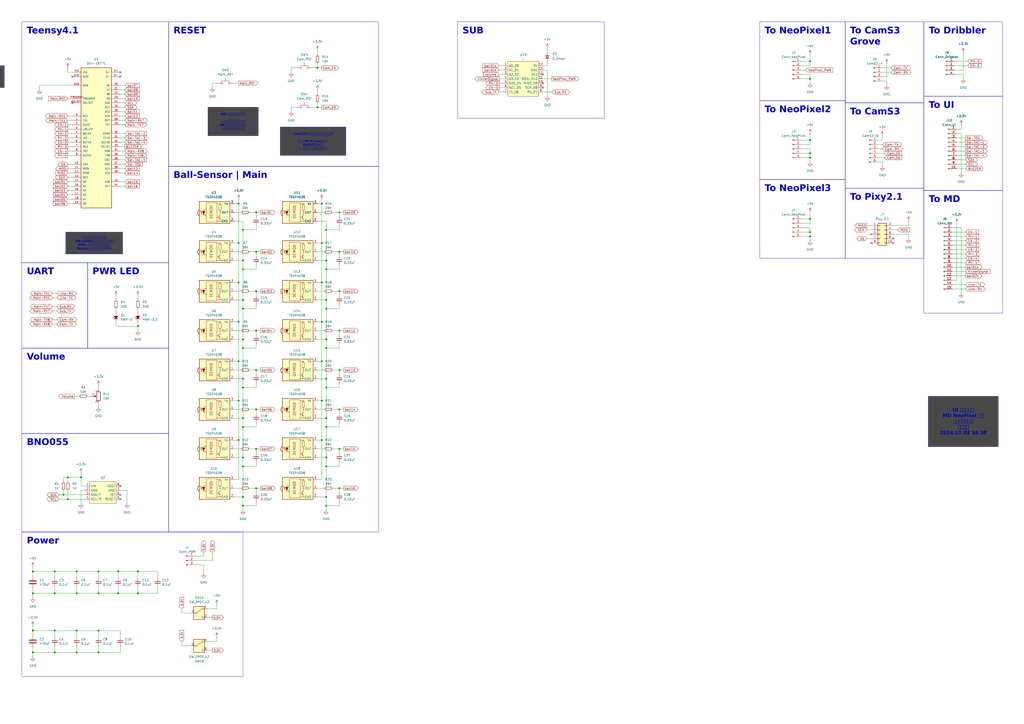
<source format=kicad_sch>
(kicad_sch (version 20231120) (generator "eeschema") (generator_version "8.0")
  (paper "A2")
  (junction (at 186.69 163.83))
  (junction (at 186.69 209.55))
  (junction (at 196.85 123.19))
  (junction (at 189.23 247.65))
  (junction (at 469.9 81.28))
  (junction (at 469.9 91.44))
  (junction (at 140.97 242.57))
  (junction (at 80.01 331.47))
  (junction (at 184.15 39.37))
  (junction (at 140.97 196.85))
  (junction (at 189.23 196.85))
  (junction (at 19.05 378.46))
  (junction (at 189.23 156.21))
  (junction (at 140.97 288.29))
  (junction (at 138.43 209.55))
  (junction (at 39.37 289.56))
  (junction (at 189.23 151.13))
  (junction (at 140.97 156.21))
  (junction (at 140.97 224.79))
  (junction (at 186.69 186.69))
  (junction (at 140.97 201.93))
  (junction (at 19.05 331.47))
  (junction (at 189.23 173.99))
  (junction (at 196.85 283.21))
  (junction (at 138.43 163.83))
  (junction (at 31.75 378.46))
  (junction (at 469.9 127))
  (junction (at 189.23 133.35))
  (junction (at 31.75 365.76))
  (junction (at 469.9 137.16))
  (junction (at 184.15 62.23))
  (junction (at 196.85 168.91))
  (junction (at 148.59 168.91))
  (junction (at 196.85 214.63))
  (junction (at 138.43 255.27))
  (junction (at 189.23 242.57))
  (junction (at 140.97 219.71))
  (junction (at 138.43 232.41))
  (junction (at 148.59 260.35))
  (junction (at 57.15 365.76))
  (junction (at 196.85 191.77))
  (junction (at 186.69 255.27))
  (junction (at 186.69 140.97))
  (junction (at 46.99 276.86))
  (junction (at 68.58 344.17))
  (junction (at 57.15 331.47))
  (junction (at 140.97 133.35))
  (junction (at 80.01 189.23))
  (junction (at 140.97 247.65))
  (junction (at 44.45 331.47))
  (junction (at 140.97 265.43))
  (junction (at 138.43 140.97))
  (junction (at 189.23 293.37))
  (junction (at 31.75 331.47))
  (junction (at 148.59 283.21))
  (junction (at 44.45 378.46))
  (junction (at 68.58 331.47))
  (junction (at 19.05 344.17))
  (junction (at 44.45 344.17))
  (junction (at 148.59 123.19))
  (junction (at 196.85 146.05))
  (junction (at 19.05 365.76))
  (junction (at 148.59 191.77))
  (junction (at 196.85 237.49))
  (junction (at 189.23 265.43))
  (junction (at 140.97 173.99))
  (junction (at 57.15 344.17))
  (junction (at 469.9 88.9))
  (junction (at 148.59 146.05))
  (junction (at 196.85 260.35))
  (junction (at 148.59 214.63))
  (junction (at 189.23 201.93))
  (junction (at 57.15 378.46))
  (junction (at 140.97 151.13))
  (junction (at 469.9 35.56))
  (junction (at 189.23 224.79))
  (junction (at 140.97 179.07))
  (junction (at 469.9 134.62))
  (junction (at 189.23 179.07))
  (junction (at 469.9 45.72))
  (junction (at 186.69 118.11))
  (junction (at 140.97 270.51))
  (junction (at 186.69 232.41))
  (junction (at 80.01 344.17))
  (junction (at 148.59 237.49))
  (junction (at 140.97 293.37))
  (junction (at 189.23 219.71))
  (junction (at 138.43 118.11))
  (junction (at 189.23 288.29))
  (junction (at 31.75 344.17))
  (junction (at 44.45 365.76))
  (junction (at 189.23 270.51))
  (junction (at 138.43 186.69))
  (junction (at 39.37 276.86))
  (junction (at 36.83 287.02))
  (no_connect (at 314.96 43.18))
  (no_connect (at 505.46 140.97))
  (no_connect (at 69.85 281.94))
  (no_connect (at 518.16 140.97))
  (no_connect (at 41.91 59.69))
  (no_connect (at 69.85 44.45))
  (no_connect (at 69.85 289.56))
  (no_connect (at 69.85 41.91))
  (no_connect (at 314.96 48.26))
  (no_connect (at 518.16 138.43))
  (no_connect (at 505.46 135.89))
  (no_connect (at 314.96 50.8))
  (no_connect (at 41.91 44.45))
  (no_connect (at 69.85 287.02))
  (wire (pts (xy 39.37 115.57) (xy 41.91 115.57)))
  (wire (pts (xy 72.39 54.61) (xy 69.85 54.61)))
  (wire (pts (xy 560.07 144.78) (xy 552.45 144.78)))
  (wire (pts (xy 186.69 209.55) (xy 186.69 232.41)))
  (wire (pts (xy 135.89 209.55) (xy 138.43 209.55)))
  (wire (pts (xy 184.15 39.37) (xy 186.69 39.37)))
  (wire (pts (xy 57.15 365.76) (xy 69.85 365.76)))
  (wire (pts (xy 19.05 378.46) (xy 19.05 381)))
  (wire (pts (xy 189.23 219.71) (xy 189.23 224.79)))
  (wire (pts (xy 560.07 137.16) (xy 552.45 137.16)))
  (wire (pts (xy 168.91 39.37) (xy 168.91 41.91)))
  (wire (pts (xy 148.59 191.77) (xy 151.13 191.77)))
  (wire (pts (xy 140.97 196.85) (xy 140.97 201.93)))
  (wire (pts (xy 184.15 168.91) (xy 187.96 168.91)))
  (wire (pts (xy 148.59 237.49) (xy 148.59 240.03)))
  (wire (pts (xy 80.01 186.69) (xy 80.01 189.23)))
  (wire (pts (xy 144.78 260.35) (xy 148.59 260.35)))
  (wire (pts (xy 39.37 82.55) (xy 41.91 82.55)))
  (wire (pts (xy 31.75 344.17) (xy 31.75 340.36)))
  (wire (pts (xy 189.23 270.51) (xy 196.85 270.51)))
  (wire (pts (xy 39.37 118.11) (xy 41.91 118.11)))
  (wire (pts (xy 189.23 196.85) (xy 189.23 201.93)))
  (wire (pts (xy 469.9 88.9) (xy 469.9 91.44)))
  (wire (pts (xy 140.97 156.21) (xy 148.59 156.21)))
  (wire (pts (xy 189.23 242.57) (xy 189.23 247.65)))
  (wire (pts (xy 513.08 91.44) (xy 509.27 91.44)))
  (wire (pts (xy 148.59 283.21) (xy 148.59 285.75)))
  (wire (pts (xy 554.99 129.54) (xy 554.99 162.56)))
  (wire (pts (xy 557.53 132.08) (xy 557.53 170.18)))
  (wire (pts (xy 19.05 378.46) (xy 31.75 378.46)))
  (wire (pts (xy 196.85 237.49) (xy 199.39 237.49)))
  (wire (pts (xy 189.23 156.21) (xy 189.23 173.99)))
  (wire (pts (xy 39.37 105.41) (xy 41.91 105.41)))
  (wire (pts (xy 39.37 67.31) (xy 41.91 67.31)))
  (wire (pts (xy 44.45 331.47) (xy 44.45 335.28)))
  (wire (pts (xy 189.23 201.93) (xy 189.23 219.71)))
  (wire (pts (xy 184.15 278.13) (xy 186.69 278.13)))
  (wire (pts (xy 135.89 260.35) (xy 139.7 260.35)))
  (wire (pts (xy 44.45 344.17) (xy 57.15 344.17)))
  (wire (pts (xy 148.59 237.49) (xy 151.13 237.49)))
  (wire (pts (xy 552.45 162.56) (xy 554.99 162.56)))
  (wire (pts (xy 68.58 331.47) (xy 68.58 335.28)))
  (wire (pts (xy 57.15 378.46) (xy 69.85 378.46)))
  (wire (pts (xy 511.81 39.37) (xy 516.89 39.37)))
  (wire (pts (xy 113.03 322.58) (xy 118.11 322.58)))
  (wire (pts (xy 552.45 160.02) (xy 560.07 160.02)))
  (wire (pts (xy 196.85 153.67) (xy 196.85 156.21)))
  (wire (pts (xy 72.39 59.69) (xy 69.85 59.69)))
  (wire (pts (xy 186.69 255.27) (xy 186.69 278.13)))
  (wire (pts (xy 558.8 45.72) (xy 558.8 43.18)))
  (wire (pts (xy 189.23 224.79) (xy 189.23 242.57)))
  (wire (pts (xy 196.85 146.05) (xy 196.85 148.59)))
  (wire (pts (xy 19.05 344.17) (xy 19.05 346.71)))
  (wire (pts (xy 560.07 85.09) (xy 554.99 85.09)))
  (wire (pts (xy 464.82 38.1) (xy 469.9 38.1)))
  (wire (pts (xy 469.9 43.18) (xy 469.9 45.72)))
  (wire (pts (xy 105.41 355.6) (xy 110.49 355.6)))
  (wire (pts (xy 57.15 233.68) (xy 57.15 236.22)))
  (wire (pts (xy 189.23 128.27) (xy 189.23 133.35)))
  (wire (pts (xy 67.31 171.45) (xy 67.31 173.99)))
  (wire (pts (xy 552.45 154.94) (xy 560.07 154.94)))
  (wire (pts (xy 469.9 31.75) (xy 469.9 35.56)))
  (wire (pts (xy 148.59 130.81) (xy 148.59 133.35)))
  (wire (pts (xy 19.05 331.47) (xy 31.75 331.47)))
  (wire (pts (xy 148.59 260.35) (xy 151.13 260.35)))
  (wire (pts (xy 464.82 132.08) (xy 469.9 132.08)))
  (wire (pts (xy 189.23 288.29) (xy 189.23 293.37)))
  (wire (pts (xy 289.56 40.64) (xy 292.1 40.64)))
  (wire (pts (xy 72.39 107.95) (xy 69.85 107.95)))
  (wire (pts (xy 140.97 270.51) (xy 148.59 270.51)))
  (wire (pts (xy 186.69 118.11) (xy 186.69 140.97)))
  (wire (pts (xy 123.19 48.26) (xy 125.73 48.26)))
  (wire (pts (xy 123.19 325.12) (xy 113.03 325.12)))
  (wire (pts (xy 80.01 331.47) (xy 91.44 331.47)))
  (wire (pts (xy 69.85 87.63) (xy 72.39 87.63)))
  (wire (pts (xy 560.07 97.79) (xy 554.99 97.79)))
  (wire (pts (xy 184.15 219.71) (xy 189.23 219.71)))
  (wire (pts (xy 67.31 189.23) (xy 80.01 189.23)))
  (wire (pts (xy 469.9 91.44) (xy 464.82 91.44)))
  (wire (pts (xy 138.43 140.97) (xy 138.43 163.83)))
  (wire (pts (xy 148.59 146.05) (xy 151.13 146.05)))
  (wire (pts (xy 44.45 378.46) (xy 57.15 378.46)))
  (wire (pts (xy 135.89 283.21) (xy 139.7 283.21)))
  (wire (pts (xy 44.45 344.17) (xy 44.45 340.36)))
  (wire (pts (xy 196.85 245.11) (xy 196.85 247.65)))
  (wire (pts (xy 123.19 377.19) (xy 120.65 377.19)))
  (wire (pts (xy 36.83 276.86) (xy 36.83 279.4)))
  (wire (pts (xy 469.9 77.47) (xy 469.9 81.28)))
  (wire (pts (xy 511.81 78.74) (xy 511.81 81.28)))
  (wire (pts (xy 140.97 201.93) (xy 140.97 219.71)))
  (wire (pts (xy 80.01 344.17) (xy 80.01 340.36)))
  (wire (pts (xy 193.04 168.91) (xy 196.85 168.91)))
  (wire (pts (xy 30.48 172.72) (xy 33.02 172.72)))
  (wire (pts (xy 72.39 52.07) (xy 69.85 52.07)))
  (wire (pts (xy 148.59 283.21) (xy 151.13 283.21)))
  (wire (pts (xy 138.43 163.83) (xy 138.43 186.69)))
  (wire (pts (xy 67.31 179.07) (xy 67.31 181.61)))
  (wire (pts (xy 140.97 156.21) (xy 140.97 173.99)))
  (wire (pts (xy 39.37 289.56) (xy 49.53 289.56)))
  (wire (pts (xy 39.37 107.95) (xy 41.91 107.95)))
  (wire (pts (xy 184.15 283.21) (xy 187.96 283.21)))
  (wire (pts (xy 41.91 97.79) (xy 39.37 97.79)))
  (wire (pts (xy 184.15 237.49) (xy 187.96 237.49)))
  (wire (pts (xy 518.16 130.81) (xy 527.05 130.81)))
  (wire (pts (xy 44.45 378.46) (xy 44.45 374.65)))
  (wire (pts (xy 511.81 86.36) (xy 509.27 86.36)))
  (wire (pts (xy 317.5 35.56) (xy 317.5 38.1)))
  (wire (pts (xy 39.37 276.86) (xy 46.99 276.86)))
  (wire (pts (xy 140.97 270.51) (xy 140.97 288.29)))
  (wire (pts (xy 72.39 64.77) (xy 69.85 64.77)))
  (wire (pts (xy 186.69 115.57) (xy 186.69 118.11)))
  (wire (pts (xy 72.39 100.33) (xy 69.85 100.33)))
  (wire (pts (xy 39.37 72.39) (xy 41.91 72.39)))
  (wire (pts (xy 31.75 331.47) (xy 44.45 331.47)))
  (wire (pts (xy 469.9 48.26) (xy 469.9 45.72)))
  (wire (pts (xy 44.45 331.47) (xy 57.15 331.47)))
  (wire (pts (xy 196.85 123.19) (xy 199.39 123.19)))
  (wire (pts (xy 148.59 168.91) (xy 151.13 168.91)))
  (wire (pts (xy 135.89 219.71) (xy 140.97 219.71)))
  (wire (pts (xy 80.01 179.07) (xy 80.01 181.61)))
  (wire (pts (xy 196.85 176.53) (xy 196.85 179.07)))
  (wire (pts (xy 73.66 284.48) (xy 69.85 284.48)))
  (wire (pts (xy 39.37 57.15) (xy 41.91 57.15)))
  (wire (pts (xy 138.43 232.41) (xy 138.43 255.27)))
  (wire (pts (xy 135.89 168.91) (xy 139.7 168.91)))
  (wire (pts (xy 469.9 139.7) (xy 469.9 137.16)))
  (wire (pts (xy 144.78 168.91) (xy 148.59 168.91)))
  (wire (pts (xy 118.11 332.74) (xy 118.11 327.66)))
  (wire (pts (xy 144.78 214.63) (xy 148.59 214.63)))
  (wire (pts (xy 558.8 43.18) (xy 553.72 43.18)))
  (wire (pts (xy 552.45 167.64) (xy 560.07 167.64)))
  (wire (pts (xy 518.16 135.89) (xy 527.05 135.89)))
  (wire (pts (xy 184.15 140.97) (xy 186.69 140.97)))
  (wire (pts (xy 135.89 163.83) (xy 138.43 163.83)))
  (wire (pts (xy 469.9 45.72) (xy 464.82 45.72)))
  (wire (pts (xy 469.9 134.62) (xy 469.9 137.16)))
  (wire (pts (xy 39.37 80.01) (xy 41.91 80.01)))
  (wire (pts (xy 140.97 265.43) (xy 140.97 270.51)))
  (wire (pts (xy 184.15 260.35) (xy 187.96 260.35)))
  (wire (pts (xy 557.53 74.93) (xy 554.99 74.93)))
  (wire (pts (xy 46.99 274.32) (xy 46.99 276.86)))
  (wire (pts (xy 184.15 255.27) (xy 186.69 255.27)))
  (wire (pts (xy 57.15 344.17) (xy 57.15 340.36)))
  (wire (pts (xy 135.89 288.29) (xy 140.97 288.29)))
  (wire (pts (xy 148.59 176.53) (xy 148.59 179.07)))
  (wire (pts (xy 189.23 201.93) (xy 196.85 201.93)))
  (wire (pts (xy 189.23 293.37) (xy 196.85 293.37)))
  (wire (pts (xy 289.56 53.34) (xy 292.1 53.34)))
  (wire (pts (xy 558.8 40.64) (xy 553.72 40.64)))
  (wire (pts (xy 69.85 365.76) (xy 69.85 369.57)))
  (wire (pts (xy 138.43 115.57) (xy 138.43 118.11)))
  (wire (pts (xy 511.81 41.91) (xy 516.89 41.91)))
  (wire (pts (xy 144.78 146.05) (xy 148.59 146.05)))
  (wire (pts (xy 30.48 170.18) (xy 33.02 170.18)))
  (wire (pts (xy 189.23 151.13) (xy 189.23 156.21)))
  (wire (pts (xy 464.82 43.18) (xy 469.9 43.18)))
  (wire (pts (xy 72.39 95.25) (xy 69.85 95.25)))
  (wire (pts (xy 502.92 130.81) (xy 505.46 130.81)))
  (wire (pts (xy 30.48 185.42) (xy 33.02 185.42)))
  (wire (pts (xy 560.07 82.55) (xy 554.99 82.55)))
  (wire (pts (xy 527.05 128.27) (xy 527.05 130.81)))
  (wire (pts (xy 189.23 156.21) (xy 196.85 156.21)))
  (wire (pts (xy 148.59 153.67) (xy 148.59 156.21)))
  (wire (pts (xy 314.96 40.64) (xy 317.5 40.64)))
  (wire (pts (xy 189.23 247.65) (xy 196.85 247.65)))
  (wire (pts (xy 469.9 127) (xy 469.9 129.54)))
  (wire (pts (xy 196.85 222.25) (xy 196.85 224.79)))
  (wire (pts (xy 135.89 146.05) (xy 139.7 146.05)))
  (wire (pts (xy 135.89 186.69) (xy 138.43 186.69)))
  (wire (pts (xy 314.96 53.34) (xy 320.04 53.34)))
  (wire (pts (xy 184.15 151.13) (xy 189.23 151.13)))
  (wire (pts (xy 189.23 133.35) (xy 196.85 133.35)))
  (wire (pts (xy 511.81 44.45) (xy 514.35 44.45)))
  (wire (pts (xy 502.92 133.35) (xy 505.46 133.35)))
  (wire (pts (xy 44.45 365.76) (xy 44.45 369.57)))
  (wire (pts (xy 135.89 123.19) (xy 139.7 123.19)))
  (wire (pts (xy 39.37 102.87) (xy 41.91 102.87)))
  (wire (pts (xy 140.97 173.99) (xy 140.97 179.07)))
  (wire (pts (xy 184.15 59.69) (xy 184.15 62.23)))
  (wire (pts (xy 105.41 353.06) (xy 105.41 355.6)))
  (wire (pts (xy 135.89 255.27) (xy 138.43 255.27)))
  (wire (pts (xy 31.75 365.76) (xy 31.75 369.57)))
  (wire (pts (xy 144.78 191.77) (xy 148.59 191.77)))
  (wire (pts (xy 469.9 86.36) (xy 469.9 88.9)))
  (wire (pts (xy 193.04 214.63) (xy 196.85 214.63)))
  (wire (pts (xy 39.37 74.93) (xy 41.91 74.93)))
  (wire (pts (xy 196.85 130.81) (xy 196.85 133.35)))
  (wire (pts (xy 46.99 284.48) (xy 49.53 284.48)))
  (wire (pts (xy 469.9 123.19) (xy 469.9 127)))
  (wire (pts (xy 125.73 372.11) (xy 120.65 372.11)))
  (wire (pts (xy 148.59 222.25) (xy 148.59 224.79)))
  (wire (pts (xy 80.01 189.23) (xy 80.01 191.77)))
  (wire (pts (xy 509.27 81.28) (xy 511.81 81.28)))
  (wire (pts (xy 22.86 49.53) (xy 22.86 52.07)))
  (wire (pts (xy 560.07 87.63) (xy 554.99 87.63)))
  (wire (pts (xy 184.15 209.55) (xy 186.69 209.55)))
  (wire (pts (xy 123.19 48.26) (xy 123.19 50.8)))
  (wire (pts (xy 72.39 67.31) (xy 69.85 67.31)))
  (wire (pts (xy 148.59 123.19) (xy 148.59 125.73)))
  (wire (pts (xy 144.78 283.21) (xy 148.59 283.21)))
  (wire (pts (xy 189.23 247.65) (xy 189.23 265.43)))
  (wire (pts (xy 464.82 40.64) (xy 467.36 40.64)))
  (wire (pts (xy 527.05 135.89) (xy 527.05 138.43)))
  (wire (pts (xy 19.05 331.47) (xy 19.05 334.01)))
  (wire (pts (xy 44.45 365.76) (xy 57.15 365.76)))
  (wire (pts (xy 72.39 105.41) (xy 69.85 105.41)))
  (wire (pts (xy 289.56 38.1) (xy 292.1 38.1)))
  (wire (pts (xy 196.85 191.77) (xy 196.85 194.31)))
  (wire (pts (xy 148.59 199.39) (xy 148.59 201.93)))
  (wire (pts (xy 469.9 137.16) (xy 464.82 137.16)))
  (wire (pts (xy 168.91 62.23) (xy 168.91 64.77)))
  (wire (pts (xy 140.97 242.57) (xy 140.97 247.65)))
  (wire (pts (xy 511.81 96.52) (xy 511.81 93.98)))
  (wire (pts (xy 469.9 81.28) (xy 469.9 83.82)))
  (wire (pts (xy 34.29 287.02) (xy 36.83 287.02)))
  (wire (pts (xy 135.89 128.27) (xy 140.97 128.27)))
  (wire (pts (xy 193.04 191.77) (xy 196.85 191.77)))
  (wire (pts (xy 135.89 232.41) (xy 138.43 232.41)))
  (wire (pts (xy 560.07 149.86) (xy 552.45 149.86)))
  (wire (pts (xy 68.58 344.17) (xy 68.58 340.36)))
  (wire (pts (xy 196.85 168.91) (xy 199.39 168.91)))
  (wire (pts (xy 46.99 281.94) (xy 49.53 281.94)))
  (wire (pts (xy 135.89 140.97) (xy 138.43 140.97)))
  (wire (pts (xy 184.15 288.29) (xy 189.23 288.29)))
  (wire (pts (xy 80.01 331.47) (xy 80.01 335.28)))
  (wire (pts (xy 560.07 90.17) (xy 554.99 90.17)))
  (wire (pts (xy 125.73 353.06) (xy 120.65 353.06)))
  (wire (pts (xy 30.48 180.34) (xy 33.02 180.34)))
  (wire (pts (xy 189.23 270.51) (xy 189.23 288.29)))
  (wire (pts (xy 184.15 265.43) (xy 189.23 265.43)))
  (wire (pts (xy 57.15 331.47) (xy 68.58 331.47)))
  (wire (pts (xy 560.07 95.25) (xy 554.99 95.25)))
  (wire (pts (xy 72.39 85.09) (xy 69.85 85.09)))
  (wire (pts (xy 184.15 173.99) (xy 189.23 173.99)))
  (wire (pts (xy 189.23 179.07) (xy 196.85 179.07)))
  (wire (pts (xy 184.15 146.05) (xy 187.96 146.05)))
  (wire (pts (xy 184.15 128.27) (xy 189.23 128.27)))
  (wire (pts (xy 105.41 374.65) (xy 110.49 374.65)))
  (wire (pts (xy 140.97 128.27) (xy 140.97 133.35)))
  (wire (pts (xy 140.97 201.93) (xy 148.59 201.93)))
  (wire (pts (xy 118.11 327.66) (xy 113.03 327.66)))
  (wire (pts (xy 184.15 242.57) (xy 189.23 242.57)))
  (wire (pts (xy 39.37 284.48) (xy 39.37 289.56)))
  (wire (pts (xy 511.81 93.98) (xy 509.27 93.98)))
  (wire (pts (xy 140.97 179.07) (xy 148.59 179.07)))
  (wire (pts (xy 140.97 133.35) (xy 140.97 151.13)))
  (wire (pts (xy 39.37 87.63) (xy 41.91 87.63)))
  (wire (pts (xy 80.01 171.45) (xy 80.01 173.99)))
  (wire (pts (xy 196.85 237.49) (xy 196.85 240.03)))
  (wire (pts (xy 511.81 83.82) (xy 509.27 83.82)))
  (wire (pts (xy 184.15 191.77) (xy 187.96 191.77)))
  (wire (pts (xy 193.04 237.49) (xy 196.85 237.49)))
  (wire (pts (xy 196.85 260.35) (xy 196.85 262.89)))
  (wire (pts (xy 140.97 288.29) (xy 140.97 293.37)))
  (wire (pts (xy 72.39 62.23) (xy 69.85 62.23)))
  (wire (pts (xy 135.89 242.57) (xy 140.97 242.57)))
  (wire (pts (xy 148.59 123.19) (xy 151.13 123.19)))
  (wire (pts (xy 184.15 214.63) (xy 187.96 214.63)))
  (wire (pts (xy 196.85 214.63) (xy 196.85 217.17)))
  (wire (pts (xy 189.23 293.37) (xy 189.23 295.91)))
  (wire (pts (xy 140.97 151.13) (xy 140.97 156.21)))
  (wire (pts (xy 314.96 45.72) (xy 320.04 45.72)))
  (wire (pts (xy 189.23 133.35) (xy 189.23 151.13)))
  (wire (pts (xy 184.15 186.69) (xy 186.69 186.69)))
  (wire (pts (xy 68.58 331.47) (xy 80.01 331.47)))
  (wire (pts (xy 184.15 163.83) (xy 186.69 163.83)))
  (wire (pts (xy 148.59 214.63) (xy 148.59 217.17)))
  (wire (pts (xy 552.45 132.08) (xy 557.53 132.08)))
  (wire (pts (xy 73.66 292.1) (xy 73.66 284.48)))
  (wire (pts (xy 193.04 146.05) (xy 196.85 146.05)))
  (wire (pts (xy 184.15 118.11) (xy 186.69 118.11)))
  (wire (pts (xy 196.85 199.39) (xy 196.85 201.93)))
  (wire (pts (xy 31.75 378.46) (xy 44.45 378.46)))
  (wire (pts (xy 19.05 344.17) (xy 31.75 344.17)))
  (wire (pts (xy 19.05 375.92) (xy 19.05 378.46)))
  (wire (pts (xy 34.29 289.56) (xy 39.37 289.56)))
  (wire (pts (xy 469.9 35.56) (xy 469.9 38.1)))
  (wire (pts (xy 560.07 139.7) (xy 552.45 139.7)))
  (wire (pts (xy 196.85 146.05) (xy 199.39 146.05)))
  (wire (pts (xy 181.61 62.23) (xy 184.15 62.23)))
  (wire (pts (xy 31.75 331.47) (xy 31.75 335.28)))
  (wire (pts (xy 39.37 77.47) (xy 41.91 77.47)))
  (wire (pts (xy 19.05 341.63) (xy 19.05 344.17)))
  (wire (pts (xy 41.91 100.33) (xy 39.37 100.33)))
  (wire (pts (xy 31.75 365.76) (xy 44.45 365.76)))
  (wire (pts (xy 464.82 134.62) (xy 469.9 134.62)))
  (wire (pts (xy 138.43 209.55) (xy 138.43 232.41)))
  (wire (pts (xy 39.37 276.86) (xy 39.37 279.4)))
  (wire (pts (xy 80.01 344.17) (xy 91.44 344.17)))
  (wire (pts (xy 557.53 100.33) (xy 557.53 77.47)))
  (wire (pts (xy 289.56 43.18) (xy 292.1 43.18)))
  (wire (pts (xy 57.15 223.52) (xy 57.15 226.06)))
  (wire (pts (xy 36.83 284.48) (xy 36.83 287.02)))
  (wire (pts (xy 144.78 237.49) (xy 148.59 237.49)))
  (wire (pts (xy 560.07 142.24) (xy 552.45 142.24)))
  (wire (pts (xy 560.07 147.32) (xy 552.45 147.32)))
  (wire (pts (xy 196.85 290.83) (xy 196.85 293.37)))
  (wire (pts (xy 19.05 328.93) (xy 19.05 331.47)))
  (wire (pts (xy 552.45 165.1) (xy 560.07 165.1)))
  (wire (pts (xy 148.59 245.11) (xy 148.59 247.65)))
  (wire (pts (xy 67.31 186.69) (xy 67.31 189.23)))
  (wire (pts (xy 123.19 320.04) (xy 123.19 325.12)))
  (wire (pts (xy 123.19 358.14) (xy 120.65 358.14)))
  (wire (pts (xy 138.43 118.11) (xy 138.43 140.97)))
  (wire (pts (xy 135.89 214.63) (xy 139.7 214.63)))
  (wire (pts (xy 135.89 278.13) (xy 138.43 278.13)))
  (wire (pts (xy 144.78 123.19) (xy 148.59 123.19)))
  (wire (pts (xy 184.15 52.07) (xy 184.15 54.61)))
  (wire (pts (xy 19.05 365.76) (xy 31.75 365.76)))
  (wire (pts (xy 184.15 232.41) (xy 186.69 232.41)))
  (wire (pts (xy 464.82 129.54) (xy 469.9 129.54)))
  (wire (pts (xy 168.91 62.23) (xy 171.45 62.23)))
  (wire (pts (xy 193.04 283.21) (xy 196.85 283.21)))
  (wire (pts (xy 72.39 82.55) (xy 69.85 82.55)))
  (wire (pts (xy 464.82 35.56) (xy 469.9 35.56)))
  (wire (pts (xy 125.73 350.52) (xy 125.73 353.06)))
  (wire (pts (xy 135.89 196.85) (xy 140.97 196.85)))
  (wire (pts (xy 469.9 132.08) (xy 469.9 134.62)))
  (wire (pts (xy 184.15 62.23) (xy 186.69 62.23)))
  (wire (pts (xy 502.92 138.43) (xy 505.46 138.43)))
  (wire (pts (xy 138.43 255.27) (xy 138.43 278.13)))
  (wire (pts (xy 558.8 30.48) (xy 558.8 40.64)))
  (wire (pts (xy 72.39 97.79) (xy 69.85 97.79)))
  (wire (pts (xy 196.85 267.97) (xy 196.85 270.51)))
  (wire (pts (xy 39.37 85.09) (xy 41.91 85.09)))
  (wire (pts (xy 148.59 146.05) (xy 148.59 148.59)))
  (wire (pts (xy 39.37 113.03) (xy 41.91 113.03)))
  (wire (pts (xy 464.82 88.9) (xy 469.9 88.9)))
  (wire (pts (xy 168.91 39.37) (xy 171.45 39.37)))
  (wire (pts (xy 46.99 276.86) (xy 46.99 281.94)))
  (wire (pts (xy 105.41 372.11) (xy 105.41 374.65)))
  (wire (pts (xy 19.05 365.76) (xy 19.05 368.3)))
  (wire (pts (xy 553.72 38.1) (xy 561.34 38.1)))
  (wire (pts (xy 72.39 69.85) (xy 69.85 69.85)))
  (wire (pts (xy 560.07 80.01) (xy 554.99 80.01)))
  (wire (pts (xy 57.15 365.76) (xy 57.15 369.57)))
  (wire (pts (xy 464.82 127) (xy 469.9 127)))
  (wire (pts (xy 184.15 36.83) (xy 184.15 39.37)))
  (wire (pts (xy 189.23 265.43) (xy 189.23 270.51)))
  (wire (pts (xy 39.37 39.37) (xy 39.37 41.91)))
  (wire (pts (xy 560.07 92.71) (xy 554.99 92.71)))
  (wire (pts (xy 135.89 118.11) (xy 138.43 118.11)))
  (wire (pts (xy 138.43 186.69) (xy 138.43 209.55)))
  (wire (pts (xy 317.5 40.64) (xy 317.5 55.88)))
  (wire (pts (xy 560.07 134.62) (xy 552.45 134.62)))
  (wire (pts (xy 184.15 29.21) (xy 184.15 31.75)))
  (wire (pts (xy 19.05 363.22) (xy 19.05 365.76)))
  (wire (pts (xy 464.82 81.28) (xy 469.9 81.28)))
  (wire (pts (xy 41.91 49.53) (xy 22.86 49.53)))
  (wire (pts (xy 57.15 378.46) (xy 57.15 374.65)))
  (wire (pts (xy 57.15 344.17) (xy 68.58 344.17)))
  (wire (pts (xy 469.9 93.98) (xy 469.9 91.44)))
  (wire (pts (xy 148.59 260.35) (xy 148.59 262.89)))
  (wire (pts (xy 514.35 36.83) (xy 514.35 44.45)))
  (wire (pts (xy 30.48 177.8) (xy 33.02 177.8)))
  (wire (pts (xy 69.85 378.46) (xy 69.85 374.65)))
  (wire (pts (xy 30.48 187.96) (xy 33.02 187.96)))
  (wire (pts (xy 193.04 260.35) (xy 196.85 260.35)))
  (wire (pts (xy 135.89 191.77) (xy 139.7 191.77)))
  (wire (pts (xy 317.5 38.1) (xy 314.96 38.1)))
  (wire (pts (xy 39.37 110.49) (xy 41.91 110.49)))
  (wire (pts (xy 518.16 133.35) (xy 520.7 133.35)))
  (wire (pts (xy 140.97 247.65) (xy 148.59 247.65)))
  (wire (pts (xy 140.97 219.71) (xy 140.97 224.79)))
  (wire (pts (xy 186.69 140.97) (xy 186.69 163.83)))
  (wire (pts (xy 118.11 320.04) (xy 118.11 322.58)))
  (wire (pts (xy 140.97 293.37) (xy 148.59 293.37)))
  (wire (pts (xy 552.45 157.48) (xy 560.07 157.48)))
  (wire (pts (xy 135.89 237.49) (xy 139.7 237.49)))
  (wire (pts (xy 45.72 229.87) (xy 43.18 229.87)))
  (wire (pts (xy 140.97 224.79) (xy 140.97 242.57)))
  (wire (pts (xy 31.75 378.46) (xy 31.75 374.65)))
  (wire (pts (xy 39.37 90.17) (xy 41.91 90.17)))
  (wire (pts (xy 189.23 179.07) (xy 189.23 196.85)))
  (wire (pts (xy 196.85 283.21) (xy 196.85 285.75)))
  (wire (pts (xy 196.85 123.19) (xy 196.85 125.73)))
  (wire (pts (xy 72.39 80.01) (xy 69.85 80.01)))
  (wire (pts (xy 135.89 151.13) (xy 140.97 151.13)))
  (wire (pts (xy 140.97 224.79) (xy 148.59 224.79)))
  (wire (pts (xy 184.15 196.85) (xy 189.23 196.85)))
  (wire (pts (xy 196.85 283.21) (xy 199.39 283.21)))
  (wire (pts (xy 464.82 83.82) (xy 469.9 83.82)))
  (wire (pts (xy 289.56 50.8) (xy 292.1 50.8)))
  (wire (pts (xy 72.39 72.39) (xy 69.85 72.39)))
  (wire (pts (xy 557.53 77.47) (xy 554.99 77.47)))
  (wire (pts (xy 140.97 293.37) (xy 140.97 295.91)))
  (wire (pts (xy 135.89 48.26) (xy 138.43 48.26)))
  (wire (pts (xy 289.56 45.72) (xy 292.1 45.72)))
  (wire (pts (xy 148.59 191.77) (xy 148.59 194.31)))
  (wire (pts (xy 57.15 331.47) (xy 57.15 335.28)))
  (wire (pts (xy 46.99 292.1) (xy 46.99 284.48)))
  (wire (pts (xy 561.34 35.56) (xy 553.72 35.56)))
  (wire (pts (xy 148.59 168.91) (xy 148.59 171.45)))
  (wire (pts (xy 31.75 344.17) (xy 44.45 344.17)))
  (wire (pts (xy 560.07 152.4) (xy 552.45 152.4)))
  (wire (pts (xy 317.5 27.94) (xy 317.5 30.48)))
  (wire (pts (xy 39.37 41.91) (xy 41.91 41.91)))
  (wire (pts (xy 513.08 88.9) (xy 509.27 88.9)))
  (wire (pts (xy 181.61 39.37) (xy 184.15 39.37)))
  (wire (pts (xy 464.82 86.36) (xy 469.9 86.36)))
  (wire (pts (xy 36.83 287.02) (xy 49.53 287.02)))
  (wire (pts (xy 196.85 214.63) (xy 199.39 214.63)))
  (wire (pts (xy 196.85 168.91) (xy 196.85 171.45)))
  (wire (pts (xy 196.85 260.35) (xy 199.39 260.35)))
  (wire (pts (xy 72.39 57.15) (xy 69.85 57.15)))
  (wire (pts (xy 189.23 224.79) (xy 196.85 224.79)))
  (wire (pts (xy 140.97 179.07) (xy 140.97 196.85)))
  (wire (pts (xy 189.23 173.99) (xy 189.23 179.07)))
  (wire (pts (xy 193.04 123.19) (xy 196.85 123.19)))
  (wire (pts (xy 72.39 92.71) (xy 69.85 92.71)))
  (wire (pts (xy 148.59 290.83) (xy 148.59 293.37)))
  (wire (pts (xy 72.39 49.53) (xy 69.85 49.53)))
  (wire (pts (xy 186.69 186.69) (xy 186.69 209.55)))
  (wire (pts (xy 511.81 46.99) (xy 514.35 46.99)))
  (wire (pts (xy 135.89 173.99) (xy 140.97 173.99)))
  (wire (pts (xy 39.37 69.85) (xy 41.91 69.85)))
  (wire (pts (xy 91.44 331.47) (xy 91.44 335.28)))
  (wire (pts (xy 125.73 369.57) (xy 125.73 372.11)))
  (wire (pts (xy 140.97 133.35) (xy 148.59 133.35)))
  (wire (pts (xy 186.69 232.41) (xy 186.69 255.27)))
  (wire (pts (xy 196.85 191.77) (xy 199.39 191.77)))
  (wire (pts (xy 557.53 72.39) (xy 557.53 74.93)))
  (wire (pts (xy 53.34 229.87) (xy 50.8 229.87)))
  (wire (pts (xy 91.44 344.17) (xy 91.44 340.36)))
  (wire (pts (xy 184.15 123.19) (xy 187.96 123.19)))
  (wire (pts (xy 72.39 77.47) (xy 69.85 77.47)))
  (wire (pts (xy 148.59 267.97) (xy 148.59 270.51)))
  (wire (pts (xy 289.56 48.26) (xy 292.1 48.26)))
  (wire (pts (xy 148.59 214.63) (xy 151.13 214.63)))
  (wire (pts (xy 140.97 247.65) (xy 140.97 265.43)))
  (wire (pts (xy 68.58 344.17) (xy 80.01 344.17)))
  (wire (pts (xy 36.83 276.86) (xy 39.37 276.86)))
  (wire (pts (xy 135.89 265.43) (xy 140.97 265.43)))
  (wire (pts (xy 72.39 90.17) (xy 69.85 90.17)))
  (wire (pts (xy 514.35 46.99) (xy 514.35 49.53)))
  (wire (pts (xy 186.69 163.83) (xy 186.69 186.69)))
  (wire (pts (xy 39.37 95.25) (xy 41.91 95.25)))
  (text_box "ProgramのPCBの足の数を2本に" (at -30.48 38.1 0) (size 33.02 12.7) (fill (type color) (color 72 72 72 1)) (effects (font (size 1.27 1.27) (thickness 0.254) (bold yes))))
  (text_box "To NeoPixel1" (at 440.69 12.7 0) (size 49.53 45.72) (effects (font (size 3.81 3.81)) (justify left top)))
  (text_box "To Pixy2.1" (at 490.22 109.22 0) (size 45.72 40.64) (effects (font (size 3.81 3.81)) (justify left top)))
  (text_box "UART" (at 12.7 152.4 0) (size 38.1 49.53) (effects (font (size 3.81 3.81)) (justify left top)))
  (text_box "CamS3に関してはプルアップ必要カモ?\n\nおそらくHi-ZとLowの違いで\nRESETかけている\n→ 誤動作防止用に抵抗付しておく" (at 162.56 73.66 0) (size 38.1 16.51) (fill (type color) (color 72 72 72 1)) (effects (font (size 1.27 1.27) (thickness 0.254) (bold yes))))
  (text_box "SUB" (at 265.43 12.7 0) (size 85.09 55.88) (effects (font (size 3.81 3.81)) (justify left top)))
  (text_box "NO-プルアップで確認済み\n\n元のモジュール化基板にある\nENボタンにもプルアップ抵抗\nは確認できなかったためなし" (at 120.65 62.23 0) (size 29.21 16.51) (fill (type color) (color 72 72 72 1)) (effects (font (size 1.27 1.27) (thickness 0.254) (bold yes))))
  (text_box "To UI" (at 535.94 55.88 0) (size 45.72 54.61) (effects (font (size 3.81 3.81)) (justify left top)))
  (text_box "Teensy4.1" (at 12.7 12.7 0) (size 85.09 139.7) (effects (font (size 3.81 3.81)) (justify left top)))
  (text_box "To Dribbler" (at 535.94 12.7 0) (size 45.72 43.18) (effects (font (size 3.81 3.81)) (justify left top)))
  (text_box "To CamS3" (at 490.22 59.69 0) (size 45.72 49.53) (effects (font (size 3.81 3.81)) (justify left top)))
  (text_box "RESET" (at 97.79 12.7 0) (size 121.92 83.82) (effects (font (size 3.81 3.81)) (justify left top)))
  (text_box "To CamS3\nGrove" (at 490.22 12.7 0) (size 45.72 46.99) (effects (font (size 3.81 3.81)) (justify left top)))
  (text_box "PWR LED" (at 50.8 152.4 0) (size 46.99 49.53) (effects (font (size 3.81 3.81)) (justify left top)))
  (text_box "使用前には必ず開発ボード裏の\nVIN-VUSBジャンパをカットすること\nUSBケーブルとの電源の混合が起き\nTeensyが燃えるため絶対に!!!!!" (at 38.1 134.62 0) (size 33.02 12.7) (fill (type color) (color 72 72 72 1)) (effects (font (size 1.27 1.27) (thickness 0.254) (bold yes))))
  (text_box "To NeoPixel3" (at 440.69 104.14 0) (size 49.53 45.72) (effects (font (size 3.81 3.81)) (justify left top)))
  (text_box "Volume" (at 12.7 201.93 0) (size 85.09 49.53) (effects (font (size 3.81 3.81)) (justify left top)))
  (text_box "Ball-Sensor | Main" (at 97.79 96.52 0) (size 121.92 212.09) (effects (font (size 3.81 3.81)) (justify left top)))
  (text_box "To MD" (at 535.94 110.49 0) (size 45.72 71.12) (effects (font (size 3.81 3.81)) (justify left top)))
  (text_box "Power" (at 12.7 308.61 0) (size 128.27 83.82) (effects (font (size 3.81 3.81)) (justify left top)))
  (text_box "To NeoPixel2" (at 440.69 58.42 0) (size 49.53 45.72) (effects (font (size 3.81 3.81)) (justify left top)))
  (text_box "BNO055" (at 12.7 251.46 0) (size 85.09 57.15) (effects (font (size 3.81 3.81)) (justify left top)))
  (text_box "UI ドリブラー\nMD NeoPixel への\nピンアサインは\n確認済み\n2024.11.02 18.38" (at 538.48 229.87 0) (size 40.64 29.21) (fill (type color) (color 72 72 72 1)) (effects (font (size 1.9685 1.9685) (thickness 0.254) (bold yes))))
  (global_label "5.0V" (shape output) (at 118.11 320.04 90) (property "Intersheetrefs" "${INTERSHEET_REFS}" (effects (hide yes))))
  (global_label "ball07" (shape input) (at 72.39 49.53 0) (property "Intersheetrefs" "${INTERSHEET_REFS}" (effects (hide yes))))
  (global_label "MISO" (shape input) (at 39.37 100.33 180) (property "Intersheetrefs" "${INTERSHEET_REFS}" (effects (hide yes))))
  (global_label "Main-RX8" (shape bidirectional) (at 72.39 87.63 0) (property "Intersheetrefs" "${INTERSHEET_REFS}" (effects (hide yes))))
  (global_label "ball07" (shape output) (at 151.13 260.35 0) (property "Intersheetrefs" "${INTERSHEET_REFS}" (effects (hide yes))))
  (global_label "ball03" (shape input) (at 39.37 110.49 180) (property "Intersheetrefs" "${INTERSHEET_REFS}" (effects (hide yes))))
  (global_label "PH-2" (shape output) (at 39.37 80.01 180) (property "Intersheetrefs" "${INTERSHEET_REFS}" (effects (hide yes))))
  (global_label "ball01k" (shape output) (at 560.07 154.94 0) (property "Intersheetrefs" "${INTERSHEET_REFS}" (effects (hide yes))))
  (global_label "Cam-RX" (shape bidirectional) (at 516.89 41.91 0) (property "Intersheetrefs" "${INTERSHEET_REFS}" (effects (hide yes))))
  (global_label "ball06" (shape input) (at 39.37 118.11 180) (property "Intersheetrefs" "${INTERSHEET_REFS}" (effects (hide yes))))
  (global_label "Main-RX1" (shape bidirectional) (at 30.48 172.72 180) (property "Intersheetrefs" "${INTERSHEET_REFS}" (effects (hide yes))))
  (global_label "3.3V" (shape input) (at 105.41 372.11 90) (property "Intersheetrefs" "${INTERSHEET_REFS}" (effects (hide yes))))
  (global_label "ball10" (shape input) (at 72.39 57.15 0) (property "Intersheetrefs" "${INTERSHEET_REFS}" (effects (hide yes))))
  (global_label "Main_RST" (shape input) (at 39.37 57.15 180) (property "Intersheetrefs" "${INTERSHEET_REFS}" (effects (hide yes))))
  (global_label "Main-RX7" (shape bidirectional) (at 72.39 69.85 0) (property "Intersheetrefs" "${INTERSHEET_REFS}" (effects (hide yes))))
  (global_label "PH-1" (shape input) (at 560.07 137.16 0) (property "Intersheetrefs" "${INTERSHEET_REFS}" (effects (hide yes))))
  (global_label "SW-TAC-1" (shape output) (at 560.07 82.55 0) (property "Intersheetrefs" "${INTERSHEET_REFS}" (effects (hide yes))))
  (global_label "Line-RX" (shape bidirectional) (at 560.07 167.64 0) (property "Intersheetrefs" "${INTERSHEET_REFS}" (effects (hide yes))))
  (global_label "EN-1" (shape input) (at 560.07 134.62 0) (property "Intersheetrefs" "${INTERSHEET_REFS}" (effects (hide yes))))
  (global_label "ball10" (shape output) (at 199.39 146.05 0) (property "Intersheetrefs" "${INTERSHEET_REFS}" (effects (hide yes))))
  (global_label "Cam_G0" (shape output) (at 186.69 62.23 0) (property "Intersheetrefs" "${INTERSHEET_REFS}" (effects (hide yes))))
  (global_label "3.3V" (shape output) (at 123.19 320.04 90) (property "Intersheetrefs" "${INTERSHEET_REFS}" (effects (hide yes))))
  (global_label "ball02" (shape output) (at 151.13 146.05 0) (property "Intersheetrefs" "${INTERSHEET_REFS}" (effects (hide yes))))
  (global_label "Cam_G0" (shape input) (at 513.08 91.44 0) (property "Intersheetrefs" "${INTERSHEET_REFS}" (effects (hide yes))))
  (global_label "ball12" (shape output) (at 199.39 191.77 0) (property "Intersheetrefs" "${INTERSHEET_REFS}" (effects (hide yes))))
  (global_label "Main-RX1" (shape bidirectional) (at 39.37 67.31 180) (property "Intersheetrefs" "${INTERSHEET_REFS}" (effects (hide yes))))
  (global_label "ball02k" (shape input) (at 289.56 40.64 180) (property "Intersheetrefs" "${INTERSHEET_REFS}" (effects (hide yes))))
  (global_label "BUZZER" (shape output) (at 72.39 85.09 0) (property "Intersheetrefs" "${INTERSHEET_REFS}" (effects (hide yes))))
  (global_label "SW-TAC-3" (shape input) (at 72.39 80.01 0) (property "Intersheetrefs" "${INTERSHEET_REFS}" (effects (hide yes))))
  (global_label "Main-RX8" (shape bidirectional) (at 30.48 187.96 180) (property "Intersheetrefs" "${INTERSHEET_REFS}" (effects (hide yes))))
  (global_label "Main-RX7" (shape bidirectional) (at 30.48 180.34 180) (property "Intersheetrefs" "${INTERSHEET_REFS}" (effects (hide yes))))
  (global_label "Cam-RX" (shape bidirectional) (at 511.81 86.36 0) (property "Intersheetrefs" "${INTERSHEET_REFS}" (effects (hide yes))))
  (global_label "ball15" (shape input) (at 72.39 105.41 0) (property "Intersheetrefs" "${INTERSHEET_REFS}" (effects (hide yes))))
  (global_label "ball15" (shape output) (at 199.39 260.35 0) (property "Intersheetrefs" "${INTERSHEET_REFS}" (effects (hide yes))))
  (global_label "NeoPixel_PWM" (shape input) (at 467.36 40.64 0) (property "Intersheetrefs" "${INTERSHEET_REFS}" (effects (hide yes))))
  (global_label "ball11" (shape input) (at 72.39 64.77 0) (property "Intersheetrefs" "${INTERSHEET_REFS}" (effects (hide yes))))
  (global_label "PH-1" (shape output) (at 39.37 74.93 180) (property "Intersheetrefs" "${INTERSHEET_REFS}" (effects (hide yes))))
  (global_label "KickerSignal" (shape input) (at 560.07 157.48 0) (property "Intersheetrefs" "${INTERSHEET_REFS}" (effects (hide yes))))
  (global_label "ball01" (shape input) (at 39.37 105.41 180) (property "Intersheetrefs" "${INTERSHEET_REFS}" (effects (hide yes))))
  (global_label "Main-TX7" (shape bidirectional) (at 30.48 177.8 180) (property "Intersheetrefs" "${INTERSHEET_REFS}" (effects (hide yes))))
  (global_label "Cam_EN" (shape output) (at 186.69 39.37 0) (property "Intersheetrefs" "${INTERSHEET_REFS}" (effects (hide yes))))
  (global_label "PH-4" (shape output) (at 39.37 90.17 180) (property "Intersheetrefs" "${INTERSHEET_REFS}" (effects (hide yes))))
  (global_label "ball16" (shape input) (at 72.39 107.95 0) (property "Intersheetrefs" "${INTERSHEET_REFS}" (effects (hide yes))))
  (global_label "Line-TX" (shape bidirectional) (at 33.02 172.72 0) (property "Intersheetrefs" "${INTERSHEET_REFS}" (effects (hide yes))))
  (global_label "PH-4" (shape input) (at 560.07 152.4 0) (property "Intersheetrefs" "${INTERSHEET_REFS}" (effects (hide yes))))
  (global_label "SW-TAC-2" (shape output) (at 560.07 85.09 0) (property "Intersheetrefs" "${INTERSHEET_REFS}" (effects (hide yes))))
  (global_label "ball14" (shape output) (at 199.39 237.49 0) (property "Intersheetrefs" "${INTERSHEET_REFS}" (effects (hide yes))))
  (global_label "EN-D" (shape output) (at 289.56 50.8 180) (property "Intersheetrefs" "${INTERSHEET_REFS}" (effects (hide yes))))
  (global_label "SW-TAC-3" (shape output) (at 560.07 87.63 0) (property "Intersheetrefs" "${INTERSHEET_REFS}" (effects (hide yes))))
  (global_label "ball05" (shape input) (at 39.37 115.57 180) (property "Intersheetrefs" "${INTERSHEET_REFS}" (effects (hide yes))))
  (global_label "SW-TAC-4" (shape input) (at 72.39 82.55 0) (property "Intersheetrefs" "${INTERSHEET_REFS}" (effects (hide yes))))
  (global_label "Cam-TX" (shape bidirectional) (at 516.89 39.37 0) (property "Intersheetrefs" "${INTERSHEET_REFS}" (effects (hide yes))))
  (global_label "EN-4" (shape output) (at 39.37 87.63 180) (property "Intersheetrefs" "${INTERSHEET_REFS}" (effects (hide yes))))
  (global_label "Line-TX" (shape bidirectional) (at 560.07 165.1 0) (property "Intersheetrefs" "${INTERSHEET_REFS}" (effects (hide yes))))
  (global_label "SS" (shape bidirectional) (at 39.37 95.25 180) (property "Intersheetrefs" "${INTERSHEET_REFS}" (effects (hide yes))))
  (global_label "MOSI" (shape input) (at 520.7 133.35 0) (property "Intersheetrefs" "${INTERSHEET_REFS}" (effects (hide yes))))
  (global_label "KickerSignal" (shape output) (at 289.56 45.72 180) (property "Intersheetrefs" "${INTERSHEET_REFS}" (effects (hide yes))))
  (global_label "Sub_TX" (shape bidirectional) (at 289.56 53.34 180) (property "Intersheetrefs" "${INTERSHEET_REFS}" (effects (hide yes))))
  (global_label "3.3V" (shape output) (at 123.19 377.19 0) (property "Intersheetrefs" "${INTERSHEET_REFS}" (effects (hide yes))))
  (global_label "ball01" (shape output) (at 151.13 123.19 0) (property "Intersheetrefs" "${INTERSHEET_REFS}" (effects (hide yes))))
  (global_label "ball04" (shape input) (at 39.37 113.03 180) (property "Intersheetrefs" "${INTERSHEET_REFS}" (effects (hide yes))))
  (global_label "Main_RST" (shape output) (at 138.43 48.26 0) (property "Intersheetrefs" "${INTERSHEET_REFS}" (effects (hide yes))))
  (global_label "Sub_RX" (shape bidirectional) (at 33.02 177.8 0) (property "Intersheetrefs" "${INTERSHEET_REFS}" (effects (hide yes))))
  (global_label "SCK" (shape bidirectional) (at 39.37 102.87 180) (property "Intersheetrefs" "${INTERSHEET_REFS}" (effects (hide yes))))
  (global_label "SW-TAC-2" (shape input) (at 72.39 77.47 0) (property "Intersheetrefs" "${INTERSHEET_REFS}" (effects (hide yes))))
  (global_label "Main-TX8" (shape bidirectional) (at 72.39 90.17 0) (property "Intersheetrefs" "${INTERSHEET_REFS}" (effects (hide yes))))
  (global_label "Volume" (shape output) (at 43.18 229.87 180) (property "Intersheetrefs" "${INTERSHEET_REFS}" (effects (hide yes))))
  (global_label "ball04" (shape output) (at 151.13 191.77 0) (property "Intersheetrefs" "${INTERSHEET_REFS}" (effects (hide yes))))
  (global_label "ball02" (shape input) (at 39.37 107.95 180) (property "Intersheetrefs" "${INTERSHEET_REFS}" (effects (hide yes))))
  (global_label "SW-TAC-4" (shape output) (at 560.07 90.17 0) (property "Intersheetrefs" "${INTERSHEET_REFS}" (effects (hide yes))))
  (global_label "SDA" (shape bidirectional) (at 560.07 92.71 0) (property "Intersheetrefs" "${INTERSHEET_REFS}" (effects (hide yes))))
  (global_label "MISO" (shape output) (at 502.92 130.81 180) (property "Intersheetrefs" "${INTERSHEET_REFS}" (effects (hide yes))))
  (global_label "Sub_TX" (shape bidirectional) (at 33.02 180.34 0) (property "Intersheetrefs" "${INTERSHEET_REFS}" (effects (hide yes))))
  (global_label "Volume" (shape input) (at 289.56 43.18 180) (property "Intersheetrefs" "${INTERSHEET_REFS}" (effects (hide yes))))
  (global_label "SDA" (shape bidirectional) (at 34.29 287.02 180) (property "Intersheetrefs" "${INTERSHEET_REFS}" (effects (hide yes))))
  (global_label "ball08" (shape input) (at 72.39 52.07 0) (property "Intersheetrefs" "${INTERSHEET_REFS}" (effects (hide yes))))
  (global_label "ball03" (shape output) (at 151.13 168.91 0) (property "Intersheetrefs" "${INTERSHEET_REFS}" (effects (hide yes))))
  (global_label "EN-D" (shape input) (at 561.34 38.1 0) (property "Intersheetrefs" "${INTERSHEET_REFS}" (effects (hide yes))))
  (global_label "PH-D" (shape input) (at 561.34 35.56 0) (property "Intersheetrefs" "${INTERSHEET_REFS}" (effects (hide yes))))
  (global_label "5.0V" (shape input) (at 105.41 353.06 90) (property "Intersheetrefs" "${INTERSHEET_REFS}" (effects (hide yes))))
  (global_label "SW-TOG" (shape input) (at 72.39 95.25 0) (property "Intersheetrefs" "${INTERSHEET_REFS}" (effects (hide yes))))
  (global_label "SDA" (shape bidirectional) (at 72.39 62.23 0) (property "Intersheetrefs" "${INTERSHEET_REFS}" (effects (hide yes))))
  (global_label "ball08" (shape output) (at 151.13 283.21 0) (property "Intersheetrefs" "${INTERSHEET_REFS}" (effects (hide yes))))
  (global_label "SW-TAC-1" (shape input) (at 72.39 92.71 0) (property "Intersheetrefs" "${INTERSHEET_REFS}" (effects (hide yes))))
  (global_label "EN-3" (shape output) (at 39.37 82.55 180) (property "Intersheetrefs" "${INTERSHEET_REFS}" (effects (hide yes))))
  (global_label "ball12" (shape input) (at 72.39 67.31 0) (property "Intersheetrefs" "${INTERSHEET_REFS}" (effects (hide yes))))
  (global_label "Main-TX7" (shape bidirectional) (at 72.39 72.39 0) (property "Intersheetrefs" "${INTERSHEET_REFS}" (effects (hide yes))))
  (global_label "5.0V" (shape output) (at 123.19 358.14 0) (property "Intersheetrefs" "${INTERSHEET_REFS}" (effects (hide yes))))
  (global_label "EN-4" (shape input) (at 560.07 149.86 0) (property "Intersheetrefs" "${INTERSHEET_REFS}" (effects (hide yes))))
  (global_label "EN-3" (shape input) (at 560.07 144.78 0) (property "Intersheetrefs" "${INTERSHEET_REFS}" (effects (hide yes))))
  (global_label "SW-TOG" (shape output) (at 560.07 80.01 0) (property "Intersheetrefs" "${INTERSHEET_REFS}" (effects (hide yes))))
  (global_label "PH-2" (shape input) (at 560.07 142.24 0) (property "Intersheetrefs" "${INTERSHEET_REFS}" (effects (hide yes))))
  (global_label "Main-TX1" (shape bidirectional) (at 30.48 170.18 180) (property "Intersheetrefs" "${INTERSHEET_REFS}" (effects (hide yes))))
  (global_label "ball09" (shape output) (at 199.39 123.19 0) (property "Intersheetrefs" "${INTERSHEET_REFS}" (effects (hide yes))))
  (global_label "ball09" (shape input) (at 72.39 54.61 0) (property "Intersheetrefs" "${INTERSHEET_REFS}" (effects (hide yes))))
  (global_label "Cam-TX" (shape bidirectional) (at 33.02 187.96 0) (property "Intersheetrefs" "${INTERSHEET_REFS}" (effects (hide yes))))
  (global_label "ball05" (shape output) (at 151.13 214.63 0) (property "Intersheetrefs" "${INTERSHEET_REFS}" (effects (hide yes))))
  (global_label "Line-RX" (shape bidirectional) (at 33.02 170.18 0) (property "Intersheetrefs" "${INTERSHEET_REFS}" (effects (hide yes))))
  (global_label "SS" (shape bidirectional) (at 502.92 138.43 180) (property "Intersheetrefs" "${INTERSHEET_REFS}" (effects (hide yes))))
  (global_label "Main-TX1" (shape bidirectional) (at 39.37 69.85 180) (property "Intersheetrefs" "${INTERSHEET_REFS}" (effects (hide yes))))
  (global_label "ball11" (shape output) (at 199.39 168.91 0) (property "Intersheetrefs" "${INTERSHEET_REFS}" (effects (hide yes))))
  (global_label "SCK" (shape bidirectional) (at 502.92 133.35 180) (property "Intersheetrefs" "${INTERSHEET_REFS}" (effects (hide yes))))
  (global_label "ball06" (shape output) (at 151.13 237.49 0) (property "Intersheetrefs" "${INTERSHEET_REFS}" (effects (hide yes))))
  (global_label "EN-2" (shape output) (at 39.37 77.47 180) (property "Intersheetrefs" "${INTERSHEET_REFS}" (effects (hide yes))))
  (global_label "Cam_EN" (shape input) (at 513.08 88.9 0) (property "Intersheetrefs" "${INTERSHEET_REFS}" (effects (hide yes))))
  (global_label "ball13" (shape input) (at 72.39 97.79 0) (property "Intersheetrefs" "${INTERSHEET_REFS}" (effects (hide yes))))
  (global_label "ball16" (shape output) (at 199.39 283.21 0) (property "Intersheetrefs" "${INTERSHEET_REFS}" (effects (hide yes))))
  (global_label "MOSI" (shape output) (at 39.37 97.79 180) (property "Intersheetrefs" "${INTERSHEET_REFS}" (effects (hide yes))))
  (global_label "Main-TX8" (shape bidirectional) (at 30.48 185.42 180) (property "Intersheetrefs" "${INTERSHEET_REFS}" (effects (hide yes))))
  (global_label "BUZZER" (shape input) (at 560.07 97.79 0) (property "Intersheetrefs" "${INTERSHEET_REFS}" (effects (hide yes))))
  (global_label "ball02k" (shape output) (at 560.07 160.02 0) (property "Intersheetrefs" "${INTERSHEET_REFS}" (effects (hide yes))))
  (global_label "Sub_RX" (shape bidirectional) (at 320.04 53.34 0) (property "Intersheetrefs" "${INTERSHEET_REFS}" (effects (hide yes))))
  (global_label "PH-3" (shape input) (at 560.07 147.32 0) (property "Intersheetrefs" "${INTERSHEET_REFS}" (effects (hide yes))))
  (global_label "SCL" (shape bidirectional) (at 34.29 289.56 180) (property "Intersheetrefs" "${INTERSHEET_REFS}" (effects (hide yes))))
  (global_label "SCL" (shape bidirectional) (at 560.07 95.25 0) (property "Intersheetrefs" "${INTERSHEET_REFS}" (effects (hide yes))))
  (global_label "PH-3" (shape output) (at 39.37 85.09 180) (property "Intersheetrefs" "${INTERSHEET_REFS}" (effects (hide yes))))
  (global_label "ball13" (shape output) (at 199.39 214.63 0) (property "Intersheetrefs" "${INTERSHEET_REFS}" (effects (hide yes))))
  (global_label "Cam-TX" (shape bidirectional) (at 511.81 83.82 0) (property "Intersheetrefs" "${INTERSHEET_REFS}" (effects (hide yes))))
  (global_label "EN-1" (shape output) (at 39.37 72.39 180) (property "Intersheetrefs" "${INTERSHEET_REFS}" (effects (hide yes))))
  (global_label "SCL" (shape bidirectional) (at 72.39 59.69 0) (property "Intersheetrefs" "${INTERSHEET_REFS}" (effects (hide yes))))
  (global_label "Cam-RX" (shape bidirectional) (at 33.02 185.42 0) (property "Intersheetrefs" "${INTERSHEET_REFS}" (effects (hide yes))))
  (global_label "NeoPixel_PWM" (shape output) (at 320.04 45.72 0) (property "Intersheetrefs" "${INTERSHEET_REFS}" (effects (hide yes))))
  (global_label "EN-2" (shape input) (at 560.07 139.7 0) (property "Intersheetrefs" "${INTERSHEET_REFS}" (effects (hide yes))))
  (global_label "PH-D" (shape output) (at 289.56 48.26 180) (property "Intersheetrefs" "${INTERSHEET_REFS}" (effects (hide yes))))
  (global_label "ball01k" (shape input) (at 289.56 38.1 180) (property "Intersheetrefs" "${INTERSHEET_REFS}" (effects (hide yes))))
  (global_label "ball14" (shape input) (at 72.39 100.33 0) (property "Intersheetrefs" "${INTERSHEET_REFS}" (effects (hide yes))))
  (symbol (lib_id "Connector:Conn_01x03_Pin") (at 107.95 325.12 0) (unit 1)
    (property "Reference" "J1" (at 108.585 317.5 0))
    (property "Value" "Conn_PWR" (at 108.585 320.04 0))
    (property "Footprint" "Connector_JST:JST_XH_B3B-XH-A_1x03_P2.50mm_Vertical" (effects (hide yes)))
    (property "Description" "Generic connector, single row, 01x03, script generated" (effects (hide yes)))
  )
  (symbol (lib_id "@2024-Main:TSSP4038") (at 173.99 123.19 0) (unit 1)
    (property "Reference" "U11" (at 172.255 111.76 0))
    (property "Value" "TSSP4038" (at 172.255 114.3 0))
    (property "Footprint" "@2024TOINIOT2-Main:TSSP4038" (effects (hide yes)))
    (property "Datasheet" "http://www.vishay.com/docs/82476/tssp58p38.pdf" (effects (hide yes)))
    (property "Description" "IR Detector for Mid Range Proximity Sensor" (effects (hide yes)))
  )
  (symbol (lib_id "power:GND") (at 168.91 41.91 0) (unit 1)
    (property "Reference" "#PWR021" (effects (hide yes)))
    (property "Value" "GND" (at 168.91 46.99 0))
    (property "Description" "Power symbol creates a global label with name \"GND\" , ground" (effects (hide yes)))
  )
  (symbol (lib_id "Device:R_Small") (at 190.5 146.05 90) (unit 1)
    (property "Reference" "R17" (at 190.5 140.97 90))
    (property "Value" "39K" (at 190.5 143.51 90))
    (property "Footprint" "Resistor_SMD:R_0603_1608Metric" (effects (hide yes)))
    (property "Description" "Resistor, small symbol" (effects (hide yes)))
  )
  (symbol (lib_id "Device:LED_Small_Filled") (at 80.01 184.15 90) (unit 1)
    (property "Reference" "D2" (at 82.55 182.8165 90) (effects (justify right)))
    (property "Value" "PWR-3.3" (at 82.55 185.3565 90) (effects (justify right)))
    (property "Footprint" "LED_SMD:LED_0603_1608Metric" (effects (hide yes)))
    (property "Description" "Light emitting diode, small symbol, filled shape" (effects (hide yes)))
  )
  (symbol (lib_id "Device:C") (at 19.05 337.82 0) (unit 1)
    (property "Reference" "C1" (at 22.86 336.55 0) (effects (justify left)))
    (property "Value" "470uF" (at 22.86 339.09 0) (effects (justify left)))
    (property "Footprint" "Capacitor_THT:CP_Radial_D8.0mm_P3.50mm" (effects (hide yes)))
    (property "Description" "Unpolarized capacitor" (effects (hide yes)))
  )
  (symbol (lib_id "@2024-Main:XIAO_ESP32C3") (at 303.53 35.56 0) (unit 1)
    (property "Reference" "U19" (at 303.53 31.75 0))
    (property "Value" "~" (at 303.53 34.29 0))
    (property "Footprint" "@2024TOINIOT2-Main:XIAO ESP32C3" (effects (hide yes)))
  )
  (symbol (lib_id "Device:C_Small") (at 196.85 219.71 0) (unit 1)
    (property "Reference" "C25" (at 199.39 218.4463 0) (effects (justify left)))
    (property "Value" "0.33uF" (at 199.39 220.9863 0) (effects (justify left)))
    (property "Footprint" "Capacitor_SMD:C_0603_1608Metric" (effects (hide yes)))
    (property "Description" "Unpolarized capacitor, small symbol" (effects (hide yes)))
  )
  (symbol (lib_id "power:GND") (at 469.9 139.7 0) (unit 1)
    (property "Reference" "#PWR034" (effects (hide yes)))
    (property "Value" "GND" (at 469.9 144.78 0))
    (property "Description" "Power symbol creates a global label with name \"GND\" , ground" (effects (hide yes)))
  )
  (symbol (lib_id "Device:C_Small") (at 44.45 372.11 0) (unit 1)
    (property "Reference" "C6" (at 46.99 370.8463 0) (effects (justify left)))
    (property "Value" "0.1uF" (at 46.99 373.3863 0) (effects (justify left)))
    (property "Footprint" "Capacitor_SMD:C_0603_1608Metric" (effects (hide yes)))
    (property "Description" "Unpolarized capacitor, small symbol" (effects (hide yes)))
  )
  (symbol (lib_id "Device:C_Small") (at 196.85 265.43 0) (unit 1)
    (property "Reference" "C27" (at 199.39 264.1663 0) (effects (justify left)))
    (property "Value" "0.33uF" (at 199.39 266.7063 0) (effects (justify left)))
    (property "Footprint" "Capacitor_SMD:C_0603_1608Metric" (effects (hide yes)))
    (property "Description" "Unpolarized capacitor, small symbol" (effects (hide yes)))
  )
  (symbol (lib_id "Device:C_Small") (at 196.85 173.99 0) (unit 1)
    (property "Reference" "C23" (at 199.39 172.7263 0) (effects (justify left)))
    (property "Value" "0.33uF" (at 199.39 175.2663 0) (effects (justify left)))
    (property "Footprint" "Capacitor_SMD:C_0603_1608Metric" (effects (hide yes)))
    (property "Description" "Unpolarized capacitor, small symbol" (effects (hide yes)))
  )
  (symbol (lib_id "Device:R_Small") (at 184.15 57.15 0) (unit 1)
    (property "Reference" "R15" (at 186.69 55.88 0) (effects (justify left)))
    (property "Value" "10K" (at 186.69 58.42 0) (effects (justify left)))
    (property "Footprint" "Resistor_SMD:R_0603_1608Metric" (effects (hide yes)))
    (property "Description" "Resistor, small symbol" (effects (hide yes)))
  )
  (symbol (lib_id "Device:C_Small") (at 196.85 242.57 0) (unit 1)
    (property "Reference" "C26" (at 199.39 241.3063 0) (effects (justify left)))
    (property "Value" "0.33uF" (at 199.39 243.8463 0) (effects (justify left)))
    (property "Footprint" "Capacitor_SMD:C_0603_1608Metric" (effects (hide yes)))
    (property "Description" "Unpolarized capacitor, small symbol" (effects (hide yes)))
  )
  (symbol (lib_id "Device:C_Small") (at 68.58 337.82 0) (unit 1)
    (property "Reference" "C9" (at 71.12 336.5563 0) (effects (justify left)))
    (property "Value" "0.1uF" (at 71.12 339.0963 0) (effects (justify left)))
    (property "Footprint" "Capacitor_SMD:C_0603_1608Metric" (effects (hide yes)))
    (property "Description" "Unpolarized capacitor, small symbol" (effects (hide yes)))
  )
  (symbol (lib_id "power:+3.3V") (at 557.53 72.39 0) (unit 1)
    (property "Reference" "#PWR042" (effects (hide yes)))
    (property "Value" "+3.3V" (at 557.53 67.31 0))
    (property "Description" "Power symbol creates a global label with name \"+3.3V\"" (effects (hide yes)))
  )
  (symbol (lib_id "Device:C_Small") (at 148.59 288.29 0) (unit 1)
    (property "Reference" "C20" (at 151.13 287.0263 0) (effects (justify left)))
    (property "Value" "0.33uF" (at 151.13 289.5663 0) (effects (justify left)))
    (property "Footprint" "Capacitor_SMD:C_0603_1608Metric" (effects (hide yes)))
    (property "Description" "Unpolarized capacitor, small symbol" (effects (hide yes)))
  )
  (symbol (lib_id "power:GND") (at 557.53 100.33 0) (unit 1)
    (property "Reference" "#PWR043" (effects (hide yes)))
    (property "Value" "GND" (at 557.53 105.41 0))
    (property "Description" "Power symbol creates a global label with name \"GND\" , ground" (effects (hide yes)))
  )
  (symbol (lib_id "@2024-Main:TSSP4038") (at 125.73 260.35 0) (unit 1)
    (property "Reference" "U9" (at 123.995 248.92 0))
    (property "Value" "TSSP4038" (at 123.995 251.46 0))
    (property "Footprint" "@2024TOINIOT2-Main:TSSP4038" (effects (hide yes)))
    (property "Datasheet" "http://www.vishay.com/docs/82476/tssp58p38.pdf" (effects (hide yes)))
    (property "Description" "IR Detector for Mid Range Proximity Sensor" (effects (hide yes)))
  )
  (symbol (lib_id "power:+3.3V") (at 138.43 115.57 0) (unit 1)
    (property "Reference" "#PWR019" (effects (hide yes)))
    (property "Value" "+3.3V" (at 138.43 110.49 0))
    (property "Description" "Power symbol creates a global label with name \"+3.3V\"" (effects (hide yes)))
  )
  (symbol (lib_id "Device:R_Small") (at 190.5 237.49 90) (unit 1)
    (property "Reference" "R21" (at 190.5 232.41 90))
    (property "Value" "39K" (at 190.5 234.95 90))
    (property "Footprint" "Resistor_SMD:R_0603_1608Metric" (effects (hide yes)))
    (property "Description" "Resistor, small symbol" (effects (hide yes)))
  )
  (symbol (lib_id "power:GND") (at 469.9 93.98 0) (unit 1)
    (property "Reference" "#PWR032" (effects (hide yes)))
    (property "Value" "GND" (at 469.9 99.06 0))
    (property "Description" "Power symbol creates a global label with name \"GND\" , ground" (effects (hide yes)))
  )
  (symbol (lib_id "power:+5V") (at 469.9 31.75 0) (unit 1)
    (property "Reference" "#PWR029" (effects (hide yes)))
    (property "Value" "+5V" (at 469.9 26.67 0))
    (property "Description" "Power symbol creates a global label with name \"+5V\"" (effects (hide yes)))
  )
  (symbol (lib_id "Device:R_Small") (at 190.5 191.77 90) (unit 1)
    (property "Reference" "R19" (at 190.5 186.69 90))
    (property "Value" "39K" (at 190.5 189.23 90))
    (property "Footprint" "Resistor_SMD:R_0603_1608Metric" (effects (hide yes)))
    (property "Description" "Resistor, small symbol" (effects (hide yes)))
  )
  (symbol (lib_id "power:GND") (at 514.35 49.53 0) (unit 1)
    (property "Reference" "#PWR038" (effects (hide yes)))
    (property "Value" "GND" (at 514.35 54.61 0))
    (property "Description" "Power symbol creates a global label with name \"GND\" , ground" (effects (hide yes)))
  )
  (symbol (lib_id "power:+3.3V") (at 46.99 274.32 0) (unit 1)
    (property "Reference" "#PWR07" (effects (hide yes)))
    (property "Value" "+3.3V" (at 46.99 269.24 0))
    (property "Description" "Power symbol creates a global label with name \"+3.3V\"" (effects (hide yes)))
  )
  (symbol (lib_id "Switch:SW_Push") (at 176.53 39.37 0) (unit 1)
    (property "Reference" "SW3" (at 176.53 31.75 0))
    (property "Value" "Cam_RST" (at 176.53 34.29 0))
    (property "Footprint" "@2024TOINIOT2-Main:TVBP06-B043C" (effects (hide yes)))
    (property "Description" "Push button switch, generic, two pins" (effects (hide yes)))
  )
  (symbol (lib_id "Device:C_Small") (at 148.59 242.57 0) (unit 1)
    (property "Reference" "C18" (at 151.13 241.3063 0) (effects (justify left)))
    (property "Value" "0.33uF" (at 151.13 243.8463 0) (effects (justify left)))
    (property "Footprint" "Capacitor_SMD:C_0603_1608Metric" (effects (hide yes)))
    (property "Description" "Unpolarized capacitor, small symbol" (effects (hide yes)))
  )
  (symbol (lib_id "power:GND") (at 527.05 138.43 0) (unit 1)
    (property "Reference" "#PWR040" (effects (hide yes)))
    (property "Value" "GND" (at 527.05 143.51 0))
    (property "Description" "Power symbol creates a global label with name \"GND\" , ground" (effects (hide yes)))
  )
  (symbol (lib_id "Device:C_Small") (at 31.75 337.82 0) (unit 1)
    (property "Reference" "C3" (at 34.29 336.5563 0) (effects (justify left)))
    (property "Value" "0.1uF" (at 34.29 339.0963 0) (effects (justify left)))
    (property "Footprint" "Capacitor_SMD:C_0603_1608Metric" (effects (hide yes)))
    (property "Description" "Unpolarized capacitor, small symbol" (effects (hide yes)))
  )
  (symbol (lib_id "power:+3.3V") (at 19.05 363.22 0) (unit 1)
    (property "Reference" "#PWR03" (effects (hide yes)))
    (property "Value" "+3.3V" (at 19.05 358.14 0))
    (property "Description" "Power symbol creates a global label with name \"+3.3V\"" (effects (hide yes)))
  )
  (symbol (lib_id "Device:R_Small") (at 142.24 214.63 90) (unit 1)
    (property "Reference" "R10" (at 142.24 209.55 90))
    (property "Value" "39K" (at 142.24 212.09 90))
    (property "Footprint" "Resistor_SMD:R_0603_1608Metric" (effects (hide yes)))
    (property "Description" "Resistor, small symbol" (effects (hide yes)))
  )
  (symbol (lib_id "@2024-Main:TSSP4038") (at 125.73 123.19 0) (unit 1)
    (property "Reference" "U3" (at 123.995 111.76 0))
    (property "Value" "TSSP4038" (at 123.995 114.3 0))
    (property "Footprint" "@2024TOINIOT2-Main:TSSP4038" (effects (hide yes)))
    (property "Datasheet" "http://www.vishay.com/docs/82476/tssp58p38.pdf" (effects (hide yes)))
    (property "Description" "IR Detector for Mid Range Proximity Sensor" (effects (hide yes)))
  )
  (symbol (lib_id "Device:C_Small") (at 91.44 337.82 0) (unit 1)
    (property "Reference" "C12" (at 93.98 336.5563 0) (effects (justify left)))
    (property "Value" "0.1uF" (at 93.98 339.0963 0) (effects (justify left)))
    (property "Footprint" "Capacitor_SMD:C_0603_1608Metric" (effects (hide yes)))
    (property "Description" "Unpolarized capacitor, small symbol" (effects (hide yes)))
  )
  (symbol (lib_id "power:+5V") (at 527.05 128.27 0) (unit 1)
    (property "Reference" "#PWR039" (effects (hide yes)))
    (property "Value" "+5V" (at 527.05 123.19 0))
    (property "Description" "Power symbol creates a global label with name \"+5V\"" (effects (hide yes)))
  )
  (symbol (lib_id "power:+3.3V") (at 186.69 115.57 0) (unit 1)
    (property "Reference" "#PWR025" (effects (hide yes)))
    (property "Value" "+3.3V" (at 186.69 110.49 0))
    (property "Description" "Power symbol creates a global label with name \"+3.3V\"" (effects (hide yes)))
  )
  (symbol (lib_id "power:GND") (at 46.99 292.1 0) (unit 1)
    (property "Reference" "#PWR08" (effects (hide yes)))
    (property "Value" "GND" (at 46.99 297.18 0))
    (property "Description" "Power symbol creates a global label with name \"GND\" , ground" (effects (hide yes)))
  )
  (symbol (lib_id "Device:C_Small") (at 196.85 196.85 0) (unit 1)
    (property "Reference" "C24" (at 199.39 195.5863 0) (effects (justify left)))
    (property "Value" "0.33uF" (at 199.39 198.1263 0) (effects (justify left)))
    (property "Footprint" "Capacitor_SMD:C_0603_1608Metric" (effects (hide yes)))
    (property "Description" "Unpolarized capacitor, small symbol" (effects (hide yes)))
  )
  (symbol (lib_id "Device:C_Small") (at 69.85 372.11 0) (unit 1)
    (property "Reference" "C10" (at 72.39 370.8463 0) (effects (justify left)))
    (property "Value" "0.1uF" (at 72.39 373.3863 0) (effects (justify left)))
    (property "Footprint" "Capacitor_SMD:C_0603_1608Metric" (effects (hide yes)))
    (property "Description" "Unpolarized capacitor, small symbol" (effects (hide yes)))
  )
  (symbol (lib_id "power:+3.3V") (at 57.15 223.52 0) (mirror y) (unit 1)
    (property "Reference" "#PWR09" (effects (hide yes)))
    (property "Value" "+3.3V" (at 57.15 218.44 0))
    (property "Description" "Power symbol creates a global label with name \"+3.3V\"" (effects (hide yes)))
  )
  (symbol (lib_id "Device:R_Small") (at 184.15 34.29 0) (unit 1)
    (property "Reference" "R14" (at 186.69 33.02 0) (effects (justify left)))
    (property "Value" "10K" (at 186.69 35.56 0) (effects (justify left)))
    (property "Footprint" "Resistor_SMD:R_0603_1608Metric" (effects (hide yes)))
    (property "Description" "Resistor, small symbol" (effects (hide yes)))
  )
  (symbol (lib_id "power:GND") (at 189.23 295.91 0) (unit 1)
    (property "Reference" "#PWR026" (effects (hide yes)))
    (property "Value" "GND" (at 189.23 300.99 0))
    (property "Description" "Power symbol creates a global label with name \"GND\" , ground" (effects (hide yes)))
  )
  (symbol (lib_id "power:GND") (at 469.9 48.26 0) (unit 1)
    (property "Reference" "#PWR030" (effects (hide yes)))
    (property "Value" "GND" (at 469.9 53.34 0))
    (property "Description" "Power symbol creates a global label with name \"GND\" , ground" (effects (hide yes)))
  )
  (symbol (lib_id "@2024-Main:TSSP4038") (at 125.73 283.21 0) (unit 1)
    (property "Reference" "U10" (at 123.995 271.78 0))
    (property "Value" "TSSP4038" (at 123.995 274.32 0))
    (property "Footprint" "@2024TOINIOT2-Main:TSSP4038" (effects (hide yes)))
    (property "Datasheet" "http://www.vishay.com/docs/82476/tssp58p38.pdf" (effects (hide yes)))
    (property "Description" "IR Detector for Mid Range Proximity Sensor" (effects (hide yes)))
  )
  (symbol (lib_id "power:+3.3V") (at 125.73 369.57 0) (unit 1)
    (property "Reference" "#PWR018" (effects (hide yes)))
    (property "Value" "+3.3V" (at 125.73 364.49 0))
    (property "Description" "Power symbol creates a global label with name \"+3.3V\"" (effects (hide yes)))
  )
  (symbol (lib_id "power:GND") (at 558.8 45.72 0) (unit 1)
    (property "Reference" "#PWR046" (effects (hide yes)))
    (property "Value" "GND" (at 558.8 50.8 0))
    (property "Description" "Power symbol creates a global label with name \"GND\" , ground" (effects (hide yes)))
  )
  (symbol (lib_id "power:GND") (at 73.66 292.1 0) (unit 1)
    (property "Reference" "#PWR012" (effects (hide yes)))
    (property "Value" "GND" (at 73.66 297.18 0))
    (property "Description" "Power symbol creates a global label with name \"GND\" , ground" (effects (hide yes)))
  )
  (symbol (lib_id "Connector:Conn_01x04_Pin") (at 548.64 38.1 0) (unit 1)
    (property "Reference" "J9" (at 549.275 30.48 0))
    (property "Value" "Conn_Dribbler" (at 549.275 33.02 0))
    (property "Footprint" "Connector_JST:JST_XH_B4B-XH-A_1x04_P2.50mm_Vertical" (effects (hide yes)))
    (property "Description" "Generic connector, single row, 01x04, script generated" (effects (hide yes)))
  )
  (symbol (lib_id "Device:R_Small") (at 142.24 283.21 90) (unit 1)
    (property "Reference" "R13" (at 142.24 278.13 90))
    (property "Value" "39K" (at 142.24 280.67 90))
    (property "Footprint" "Resistor_SMD:R_0603_1608Metric" (effects (hide yes)))
    (property "Description" "Resistor, small symbol" (effects (hide yes)))
  )
  (symbol (lib_id "Device:R_Small") (at 190.5 123.19 90) (unit 1)
    (property "Reference" "R16" (at 190.5 118.11 90))
    (property "Value" "39K" (at 190.5 120.65 90))
    (property "Footprint" "Resistor_SMD:R_0603_1608Metric" (effects (hide yes)))
    (property "Description" "Resistor, small symbol" (effects (hide yes)))
  )
  (symbol (lib_id "Device:C_Small") (at 196.85 151.13 0) (unit 1)
    (property "Reference" "C22" (at 199.39 149.8663 0) (effects (justify left)))
    (property "Value" "0.33uF" (at 199.39 152.4063 0) (effects (justify left)))
    (property "Footprint" "Capacitor_SMD:C_0603_1608Metric" (effects (hide yes)))
    (property "Description" "Unpolarized capacitor, small symbol" (effects (hide yes)))
  )
  (symbol (lib_id "Switch:SW_Push") (at 176.53 62.23 0) (unit 1)
    (property "Reference" "SW4" (at 176.53 54.61 0))
    (property "Value" "Cam_RST" (at 176.53 57.15 0))
    (property "Footprint" "@2024TOINIOT2-Main:TVBP06-B043C" (effects (hide yes)))
    (property "Description" "Push button switch, generic, two pins" (effects (hide yes)))
  )
  (symbol (lib_id "Connector_Generic:Conn_02x05_Odd_Even") (at 510.54 135.89 0) (unit 1)
    (property "Reference" "J7" (at 511.81 124.46 0))
    (property "Value" "Pixy 2.1" (at 511.81 127 0))
    (property "Footprint" "Connector_IDC:IDC-Header_2x05_P2.54mm_Vertical" (effects (hide yes)))
    (property "Description" "Generic connector, double row, 02x05, odd/even pin numbering scheme (row 1 odd numbers, row 2 even numbers), script generated (kicad-library-utils/schlib/autogen/connector/)" (effects (hide yes)))
  )
  (symbol (lib_id "@2024-Main:TSSP4038") (at 173.99 260.35 0) (unit 1)
    (property "Reference" "U17" (at 172.255 248.92 0))
    (property "Value" "TSSP4038" (at 172.255 251.46 0))
    (property "Footprint" "@2024TOINIOT2-Main:TSSP4038" (effects (hide yes)))
    (property "Datasheet" "http://www.vishay.com/docs/82476/tssp58p38.pdf" (effects (hide yes)))
    (property "Description" "IR Detector for Mid Range Proximity Sensor" (effects (hide yes)))
  )
  (symbol (lib_id "power:+5V") (at 469.9 123.19 0) (unit 1)
    (property "Reference" "#PWR033" (effects (hide yes)))
    (property "Value" "+5V" (at 469.9 118.11 0))
    (property "Description" "Power symbol creates a global label with name \"+5V\"" (effects (hide yes)))
  )
  (symbol (lib_id "Device:R_Small") (at 190.5 168.91 90) (unit 1)
    (property "Reference" "R18" (at 190.5 163.83 90))
    (property "Value" "39K" (at 190.5 166.37 90))
    (property "Footprint" "Resistor_SMD:R_0603_1608Metric" (effects (hide yes)))
    (property "Description" "Resistor, small symbol" (effects (hide yes)))
  )
  (symbol (lib_id "Device:R_Potentiometer") (at 57.15 229.87 0) (mirror y) (unit 1)
    (property "Reference" "RV1" (at 59.69 228.6 0) (effects (justify right)))
    (property "Value" "10K" (at 59.69 231.14 0) (effects (justify right)))
    (property "Footprint" "@2024TOINIOT2-Main:3362P" (effects (hide yes)))
    (property "Description" "Potentiometer" (effects (hide yes)))
  )
  (symbol (lib_id "Device:C_Small") (at 148.59 265.43 0) (unit 1)
    (property "Reference" "C19" (at 151.13 264.1663 0) (effects (justify left)))
    (property "Value" "0.33uF" (at 151.13 266.7063 0) (effects (justify left)))
    (property "Footprint" "Capacitor_SMD:C_0603_1608Metric" (effects (hide yes)))
    (property "Description" "Unpolarized capacitor, small symbol" (effects (hide yes)))
  )
  (symbol (lib_id "Device:R_Small") (at 80.01 176.53 0) (unit 1)
    (property "Reference" "R5" (at 82.55 175.26 0) (effects (justify left)))
    (property "Value" "330" (at 82.55 177.8 0) (effects (justify left)))
    (property "Footprint" "Resistor_SMD:R_0603_1608Metric" (effects (hide yes)))
    (property "Description" "Resistor, small symbol" (effects (hide yes)))
  )
  (symbol (lib_id "power:+5V") (at 514.35 36.83 0) (unit 1)
    (property "Reference" "#PWR037" (effects (hide yes)))
    (property "Value" "+5V" (at 514.35 31.75 0))
    (property "Description" "Power symbol creates a global label with name \"+5V\"" (effects (hide yes)))
  )
  (symbol (lib_id "power:GND") (at 123.19 50.8 0) (unit 1)
    (property "Reference" "#PWR016" (effects (hide yes)))
    (property "Value" "GND" (at 123.19 55.88 0))
    (property "Description" "Power symbol creates a global label with name \"GND\" , ground" (effects (hide yes)))
  )
  (symbol (lib_id "@2024-Main:TSSP4038") (at 173.99 191.77 0) (unit 1)
    (property "Reference" "U14" (at 172.255 180.34 0))
    (property "Value" "TSSP4038" (at 172.255 182.88 0))
    (property "Footprint" "@2024TOINIOT2-Main:TSSP4038" (effects (hide yes)))
    (property "Datasheet" "http://www.vishay.com/docs/82476/tssp58p38.pdf" (effects (hide yes)))
    (property "Description" "IR Detector for Mid Range Proximity Sensor" (effects (hide yes)))
  )
  (symbol (lib_id "@2024-Main:TSSP4038") (at 125.73 191.77 0) (unit 1)
    (property "Reference" "U6" (at 123.995 180.34 0))
    (property "Value" "TSSP4038" (at 123.995 182.88 0))
    (property "Footprint" "@2024TOINIOT2-Main:TSSP4038" (effects (hide yes)))
    (property "Datasheet" "http://www.vishay.com/docs/82476/tssp58p38.pdf" (effects (hide yes)))
    (property "Description" "IR Detector for Mid Range Proximity Sensor" (effects (hide yes)))
  )
  (symbol (lib_id "power:GND") (at 317.5 55.88 0) (unit 1)
    (property "Reference" "#PWR028" (effects (hide yes)))
    (property "Value" "GND" (at 317.5 60.96 0))
    (property "Description" "Power symbol creates a global label with name \"GND\" , ground" (effects (hide yes)))
  )
  (symbol (lib_id "Device:LED_Small_Filled") (at 67.31 184.15 90) (unit 1)
    (property "Reference" "D1" (at 69.85 182.8165 90) (effects (justify right)))
    (property "Value" "PWR-5" (at 69.85 185.3565 90) (effects (justify right)))
    (property "Footprint" "LED_SMD:LED_0603_1608Metric" (effects (hide yes)))
    (property "Description" "Light emitting diode, small symbol, filled shape" (effects (hide yes)))
  )
  (symbol (lib_id "power:GND") (at 19.05 381 0) (unit 1)
    (property "Reference" "#PWR04" (effects (hide yes)))
    (property "Value" "GND" (at 19.05 386.08 0))
    (property "Description" "Power symbol creates a global label with name \"GND\" , ground" (effects (hide yes)))
  )
  (symbol (lib_id "power:+3.3V") (at 80.01 171.45 0) (unit 1)
    (property "Reference" "#PWR013" (effects (hide yes)))
    (property "Value" "+3.3V" (at 80.01 166.37 0))
    (property "Description" "Power symbol creates a global label with name \"+3.3V\"" (effects (hide yes)))
  )
  (symbol (lib_id "Connector:Conn_01x05_Pin") (at 459.74 86.36 0) (unit 1)
    (property "Reference" "J3" (at 460.375 76.2 0))
    (property "Value" "Conn_NeoPixel" (at 460.375 78.74 0))
    (property "Footprint" "@2024TOINIOT2-Main:Connector" (effects (hide yes)))
    (property "Description" "Generic connector, single row, 01x05, script generated" (effects (hide yes)))
  )
  (symbol (lib_id "Connector:Conn_01x05_Pin") (at 459.74 132.08 0) (unit 1)
    (property "Reference" "J4" (at 460.375 121.92 0))
    (property "Value" "Conn_NeoPixel" (at 460.375 124.46 0))
    (property "Footprint" "@2024TOINIOT2-Main:Connector" (effects (hide yes)))
    (property "Description" "Generic connector, single row, 01x05, script generated" (effects (hide yes)))
  )
  (symbol (lib_id "power:+5V") (at 511.81 78.74 0) (unit 1)
    (property "Reference" "#PWR035" (effects (hide yes)))
    (property "Value" "+5V" (at 511.81 73.66 0))
    (property "Description" "Power symbol creates a global label with name \"+5V\"" (effects (hide yes)))
  )
  (symbol (lib_id "@2024-Main:TSSP4038") (at 173.99 283.21 0) (unit 1)
    (property "Reference" "U18" (at 172.255 271.78 0))
    (property "Value" "TSSP4038" (at 172.255 274.32 0))
    (property "Footprint" "@2024TOINIOT2-Main:TSSP4038" (effects (hide yes)))
    (property "Datasheet" "http://www.vishay.com/docs/82476/tssp58p38.pdf" (effects (hide yes)))
    (property "Description" "IR Detector for Mid Range Proximity Sensor" (effects (hide yes)))
  )
  (symbol (lib_id "power:+5V") (at 125.73 350.52 0) (unit 1)
    (property "Reference" "#PWR017" (effects (hide yes)))
    (property "Value" "+5V" (at 125.73 345.44 0))
    (property "Description" "Power symbol creates a global label with name \"+5V\"" (effects (hide yes)))
  )
  (symbol (lib_id "@2024-Main:TSSP4038") (at 125.73 146.05 0) (unit 1)
    (property "Reference" "U4" (at 123.995 134.62 0))
    (property "Value" "TSSP4038" (at 123.995 137.16 0))
    (property "Footprint" "@2024TOINIOT2-Main:TSSP4038" (effects (hide yes)))
    (property "Datasheet" "http://www.vishay.com/docs/82476/tssp58p38.pdf" (effects (hide yes)))
    (property "Description" "IR Detector for Mid Range Proximity Sensor" (effects (hide yes)))
  )
  (symbol (lib_id "@2024-Main:TSSP4038") (at 173.99 214.63 0) (unit 1)
    (property "Reference" "U15" (at 172.255 203.2 0))
    (property "Value" "TSSP4038" (at 172.255 205.74 0))
    (property "Footprint" "@2024TOINIOT2-Main:TSSP4038" (effects (hide yes)))
    (property "Datasheet" "http://www.vishay.com/docs/82476/tssp58p38.pdf" (effects (hide yes)))
    (property "Description" "IR Detector for Mid Range Proximity Sensor" (effects (hide yes)))
  )
  (symbol (lib_id "power:GND") (at 168.91 64.77 0) (unit 1)
    (property "Reference" "#PWR022" (effects (hide yes)))
    (property "Value" "GND" (at 168.91 69.85 0))
    (property "Description" "Power symbol creates a global label with name \"GND\" , ground" (effects (hide yes)))
  )
  (symbol (lib_id "Device:R_Small") (at 36.83 281.94 0) (mirror y) (unit 1)
    (property "Reference" "R1" (at 31.496 280.67 0) (effects (justify right)))
    (property "Value" "1K" (at 31.496 283.21 0) (effects (justify right)))
    (property "Footprint" "Resistor_SMD:R_0603_1608Metric" (effects (hide yes)))
    (property "Description" "Resistor, small symbol" (effects (hide yes)))
  )
  (symbol (lib_id "@2024-Main:TSSP4038") (at 125.73 168.91 0) (unit 1)
    (property "Reference" "U5" (at 123.995 157.48 0))
    (property "Value" "TSSP4038" (at 123.995 160.02 0))
    (property "Footprint" "@2024TOINIOT2-Main:TSSP4038" (effects (hide yes)))
    (property "Datasheet" "http://www.vishay.com/docs/82476/tssp58p38.pdf" (effects (hide yes)))
    (property "Description" "IR Detector for Mid Range Proximity Sensor" (effects (hide yes)))
  )
  (symbol (lib_id "Connector:Conn_01x06_Pin") (at 504.19 86.36 0) (unit 1)
    (property "Reference" "J5" (at 504.825 76.2 0))
    (property "Value" "CamS3-6" (at 504.825 78.74 0))
    (property "Footprint" "Connector_PinSocket_2.54mm:PinSocket_1x06_P2.54mm_Vertical" (effects (hide yes)))
    (property "Description" "Generic connector, single row, 01x06, script generated" (effects (hide yes)))
  )
  (symbol (lib_id "power:+5V") (at 39.37 39.37 0) (unit 1)
    (property "Reference" "#PWR06" (effects (hide yes)))
    (property "Value" "+5V" (at 39.37 34.29 0))
    (property "Description" "Power symbol creates a global label with name \"+5V\"" (effects (hide yes)))
  )
  (symbol (lib_id "Device:D_Small") (at 317.5 33.02 90) (unit 1)
    (property "Reference" "D3" (at 323.088 31.242 90) (effects (justify left)))
    (property "Value" "D_Small" (at 328.168 34.036 90) (effects (justify left)))
    (property "Footprint" "Diode_THT:D_A-405_P7.62mm_Horizontal" (effects (hide yes)))
    (property "Description" "Diode, small symbol" (effects (hide yes)))
    (property "Sim.Device" "D" (effects (hide yes)))
    (property "Sim.Pins" "1=K 2=A" (effects (hide yes)))
  )
  (symbol (lib_id "power:GND") (at 22.86 52.07 0) (unit 1)
    (property "Reference" "#PWR05" (effects (hide yes)))
    (property "Value" "GND" (at 22.86 57.15 0))
    (property "Description" "Power symbol creates a global label with name \"GND\" , ground" (effects (hide yes)))
  )
  (symbol (lib_id "Device:C") (at 19.05 372.11 0) (unit 1)
    (property "Reference" "C2" (at 22.86 370.84 0) (effects (justify left)))
    (property "Value" "470uF" (at 22.86 373.38 0) (effects (justify left)))
    (property "Footprint" "Capacitor_THT:CP_Radial_D8.0mm_P3.50mm" (effects (hide yes)))
    (property "Description" "Unpolarized capacitor" (effects (hide yes)))
  )
  (symbol (lib_id "Device:R_Small") (at 142.24 146.05 90) (unit 1)
    (property "Reference" "R7" (at 142.24 140.97 90))
    (property "Value" "39K" (at 142.24 143.51 90))
    (property "Footprint" "Resistor_SMD:R_0603_1608Metric" (effects (hide yes)))
    (property "Description" "Resistor, small symbol" (effects (hide yes)))
  )
  (symbol (lib_id "Device:C_Small") (at 148.59 196.85 0) (unit 1)
    (property "Reference" "C16" (at 151.13 195.5863 0) (effects (justify left)))
    (property "Value" "0.33uF" (at 151.13 198.1263 0) (effects (justify left)))
    (property "Footprint" "Capacitor_SMD:C_0603_1608Metric" (effects (hide yes)))
    (property "Description" "Unpolarized capacitor, small symbol" (effects (hide yes)))
  )
  (symbol (lib_id "power:+3.3V") (at 184.15 52.07 0) (unit 1)
    (property "Reference" "#PWR024" (effects (hide yes)))
    (property "Value" "+3.3V" (at 184.15 46.99 0))
    (property "Description" "Power symbol creates a global label with name \"+3.3V\"" (effects (hide yes)))
  )
  (symbol (lib_id "@2024-Main:TSSP4038") (at 125.73 237.49 0) (unit 1)
    (property "Reference" "U8" (at 123.995 226.06 0))
    (property "Value" "TSSP4038" (at 123.995 228.6 0))
    (property "Footprint" "@2024TOINIOT2-Main:TSSP4038" (effects (hide yes)))
    (property "Datasheet" "http://www.vishay.com/docs/82476/tssp58p38.pdf" (effects (hide yes)))
    (property "Description" "IR Detector for Mid Range Proximity Sensor" (effects (hide yes)))
  )
  (symbol (lib_id "Device:R_Small") (at 190.5 214.63 90) (unit 1)
    (property "Reference" "R20" (at 190.5 209.55 90))
    (property "Value" "39K" (at 190.5 212.09 90))
    (property "Footprint" "Resistor_SMD:R_0603_1608Metric" (effects (hide yes)))
    (property "Description" "Resistor, small symbol" (effects (hide yes)))
  )
  (symbol (lib_id "Switch:SW_DPDT_x2") (at 115.57 374.65 0) (unit 2)
    (property "Reference" "SW1" (at 115.57 383.54 0))
    (property "Value" "SW_DPDT_x2" (at 115.57 381 0))
    (property "Footprint" "@2024TOINIOT2-Main:2MD1-T2-B4-M2-Q-N" (effects (hide yes)))
    (property "Description" "Switch, dual pole double throw, separate symbols" (effects (hide yes)))
  )
  (symbol (lib_id "@2024-Main:BNO055") (at 59.69 279.4 0) (unit 1)
    (property "Reference" "U2" (at 59.69 276.86 0))
    (property "Value" "~" (at 59.69 278.13 0))
    (property "Footprint" "@2024TOINIOT2-Main:BNO055" (effects (hide yes)))
  )
  (symbol (lib_id "@2024-Main:TSSP4038") (at 173.99 168.91 0) (unit 1)
    (property "Reference" "U13" (at 172.255 157.48 0))
    (property "Value" "TSSP4038" (at 172.255 160.02 0))
    (property "Footprint" "@2024TOINIOT2-Main:TSSP4038" (effects (hide yes)))
    (property "Datasheet" "http://www.vishay.com/docs/82476/tssp58p38.pdf" (effects (hide yes)))
    (property "Description" "IR Detector for Mid Range Proximity Sensor" (effects (hide yes)))
  )
  (symbol (lib_id "Device:C_Small") (at 31.75 372.11 0) (unit 1)
    (property "Reference" "C4" (at 34.29 370.8463 0) (effects (justify left)))
    (property "Value" "0.1uF" (at 34.29 373.3863 0) (effects (justify left)))
    (property "Footprint" "Capacitor_SMD:C_0603_1608Metric" (effects (hide yes)))
    (property "Description" "Unpolarized capacitor, small symbol" (effects (hide yes)))
  )
  (symbol (lib_id "Device:R_Small") (at 48.26 229.87 270) (mirror x) (unit 1)
    (property "Reference" "R3" (at 48.26 224.79 90))
    (property "Value" "10K" (at 48.26 227.33 90))
    (property "Footprint" "Resistor_SMD:R_0603_1608Metric" (effects (hide yes)))
    (property "Description" "Resistor, small symbol" (effects (hide yes)))
  )
  (symbol (lib_id "power:+3.3V") (at 558.8 30.48 0) (unit 1)
    (property "Reference" "#PWR045" (effects (hide yes)))
    (property "Value" "+3.3V" (at 558.8 25.4 0))
    (property "Description" "Power symbol creates a global label with name \"+3.3V\"" (effects (hide yes)))
  )
  (symbol (lib_id "@2024-Main:TSSP4038") (at 173.99 146.05 0) (unit 1)
    (property "Reference" "U12" (at 172.255 134.62 0))
    (property "Value" "TSSP4038" (at 172.255 137.16 0))
    (property "Footprint" "@2024TOINIOT2-Main:TSSP4038" (effects (hide yes)))
    (property "Datasheet" "http://www.vishay.com/docs/82476/tssp58p38.pdf" (effects (hide yes)))
    (property "Description" "IR Detector for Mid Range Proximity Sensor" (effects (hide yes)))
  )
  (symbol (lib_id "power:+3.3V") (at 184.15 29.21 0) (unit 1)
    (property "Reference" "#PWR023" (effects (hide yes)))
    (property "Value" "+3.3V" (at 184.15 24.13 0))
    (property "Description" "Power symbol creates a global label with name \"+3.3V\"" (effects (hide yes)))
  )
  (symbol (lib_id "power:+5V") (at 317.5 27.94 0) (unit 1)
    (property "Reference" "#PWR027" (effects (hide yes)))
    (property "Value" "+5V" (at 317.5 22.86 0))
    (property "Description" "Power symbol creates a global label with name \"+5V\"" (effects (hide yes)))
  )
  (symbol (lib_id "Switch:SW_Push") (at 130.81 48.26 0) (unit 1)
    (property "Reference" "SW2" (at 130.81 40.64 0))
    (property "Value" "Main_RST" (at 130.81 43.18 0))
    (property "Footprint" "@2024TOINIOT2-Main:TVBP06-B043C" (effects (hide yes)))
    (property "Description" "Push button switch, generic, two pins" (effects (hide yes)))
  )
  (symbol (lib_id "power:GND") (at 511.81 96.52 0) (unit 1)
    (property "Reference" "#PWR036" (effects (hide yes)))
    (property "Value" "GND" (at 511.81 101.6 0))
    (property "Description" "Power symbol creates a global label with name \"GND\" , ground" (effects (hide yes)))
  )
  (symbol (lib_id "power:+5V") (at 469.9 77.47 0) (unit 1)
    (property "Reference" "#PWR031" (effects (hide yes)))
    (property "Value" "+5V" (at 469.9 72.39 0))
    (property "Description" "Power symbol creates a global label with name \"+5V\"" (effects (hide yes)))
  )
  (symbol (lib_id "Device:C_Small") (at 57.15 372.11 0) (unit 1)
    (property "Reference" "C8" (at 59.69 370.8463 0) (effects (justify left)))
    (property "Value" "0.1uF" (at 59.69 373.3863 0) (effects (justify left)))
    (property "Footprint" "Capacitor_SMD:C_0603_1608Metric" (effects (hide yes)))
    (property "Description" "Unpolarized capacitor, small symbol" (effects (hide yes)))
  )
  (symbol (lib_id "Device:C_Small") (at 196.85 128.27 0) (unit 1)
    (property "Reference" "C21" (at 199.39 127.0063 0) (effects (justify left)))
    (property "Value" "0.33uF" (at 199.39 129.5463 0) (effects (justify left)))
    (property "Footprint" "Capacitor_SMD:C_0603_1608Metric" (effects (hide yes)))
    (property "Description" "Unpolarized capacitor, small symbol" (effects (hide yes)))
  )
  (symbol (lib_id "Device:C_Small") (at 148.59 128.27 0) (unit 1)
    (property "Reference" "C13" (at 151.13 127.0063 0) (effects (justify left)))
    (property "Value" "0.33uF" (at 151.13 129.5463 0) (effects (justify left)))
    (property "Footprint" "Capacitor_SMD:C_0603_1608Metric" (effects (hide yes)))
    (property "Description" "Unpolarized capacitor, small symbol" (effects (hide yes)))
  )
  (symbol (lib_id "Device:R_Small") (at 142.24 123.19 90) (unit 1)
    (property "Reference" "R6" (at 142.24 118.11 90))
    (property "Value" "39K" (at 142.24 120.65 90))
    (property "Footprint" "Resistor_SMD:R_0603_1608Metric" (effects (hide yes)))
    (property "Description" "Resistor, small symbol" (effects (hide yes)))
  )
  (symbol (lib_id "Connector:Conn_01x10_Pin") (at 549.91 85.09 0) (unit 1)
    (property "Reference" "J10" (at 550.545 69.85 0))
    (property "Value" "Conn_UI" (at 550.545 72.39 0))
    (property "Footprint" "Connector_JST:JST_XH_B10B-XH-A_1x10_P2.50mm_Vertical" (effects (hide yes)))
    (property "Description" "Generic connector, single row, 01x10, script generated" (effects (hide yes)))
  )
  (symbol (lib_id "Device:R_Small") (at 142.24 168.91 90) (unit 1)
    (property "Reference" "R8" (at 142.24 163.83 90))
    (property "Value" "39K" (at 142.24 166.37 90))
    (property "Footprint" "Resistor_SMD:R_0603_1608Metric" (effects (hide yes)))
    (property "Description" "Resistor, small symbol" (effects (hide yes)))
  )
  (symbol (lib_id "power:+3.3V") (at 554.99 129.54 0) (unit 1)
    (property "Reference" "#PWR041" (effects (hide yes)))
    (property "Value" "+3.3V" (at 554.99 124.46 0))
    (property "Description" "Power symbol creates a global label with name \"+3.3V\"" (effects (hide yes)))
  )
  (symbol (lib_id "Device:R_Small") (at 39.37 281.94 0) (unit 1)
    (property "Reference" "R2" (at 41.91 280.6699 0) (effects (justify left)))
    (property "Value" "1K" (at 41.91 283.2099 0) (effects (justify left)))
    (property "Footprint" "Resistor_SMD:R_0603_1608Metric" (effects (hide yes)))
    (property "Description" "Resistor, small symbol" (effects (hide yes)))
  )
  (symbol (lib_id "power:GND") (at 80.01 191.77 0) (unit 1)
    (property "Reference" "#PWR014" (effects (hide yes)))
    (property "Value" "GND" (at 80.01 196.85 0))
    (property "Description" "Power symbol creates a global label with name \"GND\" , ground" (effects (hide yes)))
  )
  (symbol (lib_id "@2024-Main:TSSP4038") (at 125.73 214.63 0) (unit 1)
    (property "Reference" "U7" (at 123.995 203.2 0))
    (property "Value" "TSSP4038" (at 123.995 205.74 0))
    (property "Footprint" "@2024TOINIOT2-Main:TSSP4038" (effects (hide yes)))
    (property "Datasheet" "http://www.vishay.com/docs/82476/tssp58p38.pdf" (effects (hide yes)))
    (property "Description" "IR Detector for Mid Range Proximity Sensor" (effects (hide yes)))
  )
  (symbol (lib_id "power:GND") (at 118.11 332.74 0) (unit 1)
    (property "Reference" "#PWR015" (effects (hide yes)))
    (property "Value" "GND" (at 118.11 337.82 0))
    (property "Description" "Power symbol creates a global label with name \"GND\" , ground" (effects (hide yes)))
  )
  (symbol (lib_id "Device:R_Small") (at 67.31 176.53 0) (unit 1)
    (property "Reference" "R4" (at 69.85 175.26 0) (effects (justify left)))
    (property "Value" "330" (at 69.85 177.8 0) (effects (justify left)))
    (property "Footprint" "Resistor_SMD:R_0603_1608Metric" (effects (hide yes)))
    (property "Description" "Resistor, small symbol" (effects (hide yes)))
  )
  (symbol (lib_id "Connector:Conn_01x05_Pin") (at 459.74 40.64 0) (unit 1)
    (property "Reference" "J2" (at 460.375 30.48 0))
    (property "Value" "Conn_NeoPixel" (at 460.375 33.02 0))
    (property "Footprint" "@2024TOINIOT2-Main:Connector" (effects (hide yes)))
    (property "Description" "Generic connector, single row, 01x05, script generated" (effects (hide yes)))
  )
  (symbol (lib_id "Device:C_Small") (at 196.85 288.29 0) (unit 1)
    (property "Reference" "C28" (at 199.39 287.0263 0) (effects (justify left)))
    (property "Value" "0.33uF" (at 199.39 289.5663 0) (effects (justify left)))
    (property "Footprint" "Capacitor_SMD:C_0603_1608Metric" (effects (hide yes)))
    (property "Description" "Unpolarized capacitor, small symbol" (effects (hide yes)))
  )
  (symbol (lib_id "Device:R_Small") (at 190.5 283.21 90) (unit 1)
    (property "Reference" "R23" (at 190.5 278.13 90))
    (property "Value" "39K" (at 190.5 280.67 90))
    (property "Footprint" "Resistor_SMD:R_0603_1608Metric" (effects (hide yes)))
    (property "Description" "Resistor, small symbol" (effects (hide yes)))
  )
  (symbol (lib_id "Connector:Conn_01x15_Pin") (at 547.37 149.86 0) (unit 1)
    (property "Reference" "J8" (at 548.005 127 0))
    (property "Value" "Conn_MD" (at 548.005 129.54 0))
    (property "Footprint" "@2024TOINIOT2-MD:1.0K-FX-15PWB" (effects (hide yes)))
    (property "Description" "Generic connector, single row, 01x15, script generated" (effects (hide yes)))
  )
  (symbol (lib_id "power:+5V") (at 67.31 171.45 0) (unit 1)
    (property "Reference" "#PWR011" (effects (hide yes)))
    (property "Value" "+5V" (at 67.31 166.37 0))
    (property "Description" "Power symbol creates a global label with name \"+5V\"" (effects (hide yes)))
  )
  (symbol (lib_id "power:GND") (at 57.15 236.22 0) (mirror y) (unit 1)
    (property "Reference" "#PWR010" (effects (hide yes)))
    (property "Value" "GND" (at 57.15 241.3 0))
    (property "Description" "Power symbol creates a global label with name \"GND\" , ground" (effects (hide yes)))
  )
  (symbol (lib_id "Device:R_Small") (at 142.24 260.35 90) (unit 1)
    (property "Reference" "R12" (at 142.24 255.27 90))
    (property "Value" "39K" (at 142.24 257.81 90))
    (property "Footprint" "Resistor_SMD:R_0603_1608Metric" (effects (hide yes)))
    (property "Description" "Resistor, small symbol" (effects (hide yes)))
  )
  (symbol (lib_id "Device:C_Small") (at 148.59 219.71 0) (unit 1)
    (property "Reference" "C17" (at 151.13 218.4463 0) (effects (justify left)))
    (property "Value" "0.33uF" (at 151.13 220.9863 0) (effects (justify left)))
    (property "Footprint" "Capacitor_SMD:C_0603_1608Metric" (effects (hide yes)))
    (property "Description" "Unpolarized capacitor, small symbol" (effects (hide yes)))
  )
  (symbol (lib_id "Device:R_Small") (at 142.24 191.77 90) (unit 1)
    (property "Reference" "R9" (at 142.24 186.69 90))
    (property "Value" "39K" (at 142.24 189.23 90))
    (property "Footprint" "Resistor_SMD:R_0603_1608Metric" (effects (hide yes)))
    (property "Description" "Resistor, small symbol" (effects (hide yes)))
  )
  (symbol (lib_id "Connector:Conn_01x04_Pin") (at 506.73 41.91 0) (unit 1)
    (property "Reference" "J6" (at 507.365 34.29 0))
    (property "Value" "CamS3-4" (at 507.365 36.83 0))
    (property "Footprint" "Connector:NS-Tech_Grove_1x04_P2mm_Vertical" (effects (hide yes)))
    (property "Description" "Generic connector, single row, 01x04, script generated" (effects (hide yes)))
  )
  (symbol (lib_id "@2024-Main:DEV-16771") (at 55.88 39.37 0) (unit 1)
    (property "Reference" "U1" (at 55.88 34.29 0))
    (property "Value" "DEV-16771" (at 55.88 36.83 0))
    (property "Footprint" "@2024TOINIOT2-Main:MODULE_DEV-16771" (effects (hide yes)))
  )
  (symbol (lib_id "Device:R_Small") (at 190.5 260.35 90) (unit 1)
    (property "Reference" "R22" (at 190.5 255.27 90))
    (property "Value" "39K" (at 190.5 257.81 90))
    (property "Footprint" "Resistor_SMD:R_0603_1608Metric" (effects (hide yes)))
    (property "Description" "Resistor, small symbol" (effects (hide yes)))
  )
  (symbol (lib_id "power:GND") (at 557.53 170.18 0) (unit 1)
    (property "Reference" "#PWR044" (effects (hide yes)))
    (property "Value" "GND" (at 557.53 175.26 0))
    (property "Description" "Power symbol creates a global label with name \"GND\" , ground" (effects (hide yes)))
  )
  (symbol (lib_id "Device:C_Small") (at 80.01 337.82 0) (unit 1)
    (property "Reference" "C11" (at 82.55 336.5563 0) (effects (justify left)))
    (property "Value" "0.1uF" (at 82.55 339.0963 0) (effects (justify left)))
    (property "Footprint" "Capacitor_SMD:C_0603_1608Metric" (effects (hide yes)))
    (property "Description" "Unpolarized capacitor, small symbol" (effects (hide yes)))
  )
  (symbol (lib_id "Switch:SW_DPDT_x2") (at 115.57 355.6 0) (unit 1)
    (property "Reference" "SW1" (at 115.57 346.71 0))
    (property "Value" "SW_DPDT_x2" (at 115.57 349.25 0))
    (property "Footprint" "@2024TOINIOT2-Main:2MD1-T2-B4-M2-Q-N" (effects (hide yes)))
    (property "Description" "Switch, dual pole double throw, separate symbols" (effects (hide yes)))
  )
  (symbol (lib_id "power:+5V") (at 19.05 328.93 0) (unit 1)
    (property "Reference" "#PWR01" (effects (hide yes)))
    (property "Value" "+5V" (at 19.05 323.85 0))
    (property "Description" "Power symbol creates a global label with name \"+5V\"" (effects (hide yes)))
  )
  (symbol (lib_id "Device:C_Small") (at 57.15 337.82 0) (unit 1)
    (property "Reference" "C7" (at 59.69 336.5563 0) (effects (justify left)))
    (property "Value" "0.1uF" (at 59.69 339.0963 0) (effects (justify left)))
    (property "Footprint" "Capacitor_SMD:C_0603_1608Metric" (effects (hide yes)))
    (property "Description" "Unpolarized capacitor, small symbol" (effects (hide yes)))
  )
  (symbol (lib_id "Device:C_Small") (at 148.59 151.13 0) (unit 1)
    (property "Reference" "C14" (at 151.13 149.8663 0) (effects (justify left)))
    (property "Value" "0.33uF" (at 151.13 152.4063 0) (effects (justify left)))
    (property "Footprint" "Capacitor_SMD:C_0603_1608Metric" (effects (hide yes)))
    (property "Description" "Unpolarized capacitor, small symbol" (effects (hide yes)))
  )
  (symbol (lib_id "Device:C_Small") (at 148.59 173.99 0) (unit 1)
    (property "Reference" "C15" (at 151.13 172.7263 0) (effects (justify left)))
    (property "Value" "0.33uF" (at 151.13 175.2663 0) (effects (justify left)))
    (property "Footprint" "Capacitor_SMD:C_0603_1608Metric" (effects (hide yes)))
    (property "Description" "Unpolarized capacitor, small symbol" (effects (hide yes)))
  )
  (symbol (lib_id "Device:R_Small") (at 142.24 237.49 90) (unit 1)
    (property "Reference" "R11" (at 142.24 232.41 90))
    (property "Value" "39K" (at 142.24 234.95 90))
    (property "Footprint" "Resistor_SMD:R_0603_1608Metric" (effects (hide yes)))
    (property "Description" "Resistor, small symbol" (effects (hide yes)))
  )
  (symbol (lib_id "power:GND") (at 140.97 295.91 0) (unit 1)
    (property "Reference" "#PWR020" (effects (hide yes)))
    (property "Value" "GND" (at 140.97 300.99 0))
    (property "Description" "Power symbol creates a global label with name \"GND\" , ground" (effects (hide yes)))
  )
  (symbol (lib_id "power:GND") (at 19.05 346.71 0) (unit 1)
    (property "Reference" "#PWR02" (effects (hide yes)))
    (property "Value" "GND" (at 19.05 351.79 0))
    (property "Description" "Power symbol creates a global label with name \"GND\" , ground" (effects (hide yes)))
  )
  (symbol (lib_id "Device:C_Small") (at 44.45 337.82 0) (unit 1)
    (property "Reference" "C5" (at 46.99 336.5563 0) (effects (justify left)))
    (property "Value" "0.1uF" (at 46.99 339.0963 0) (effects (justify left)))
    (property "Footprint" "Capacitor_SMD:C_0603_1608Metric" (effects (hide yes)))
    (property "Description" "Unpolarized capacitor, small symbol" (effects (hide yes)))
  )
  (symbol (lib_id "@2024-Main:TSSP4038") (at 173.99 237.49 0) (unit 1)
    (property "Reference" "U16" (at 172.255 226.06 0))
    (property "Value" "TSSP4038" (at 172.255 228.6 0))
    (property "Footprint" "@2024TOINIOT2-Main:TSSP4038" (effects (hide yes)))
    (property "Datasheet" "http://www.vishay.com/docs/82476/tssp58p38.pdf" (effects (hide yes)))
    (property "Description" "IR Detector for Mid Range Proximity Sensor" (effects (hide yes)))
  )
)
</source>
